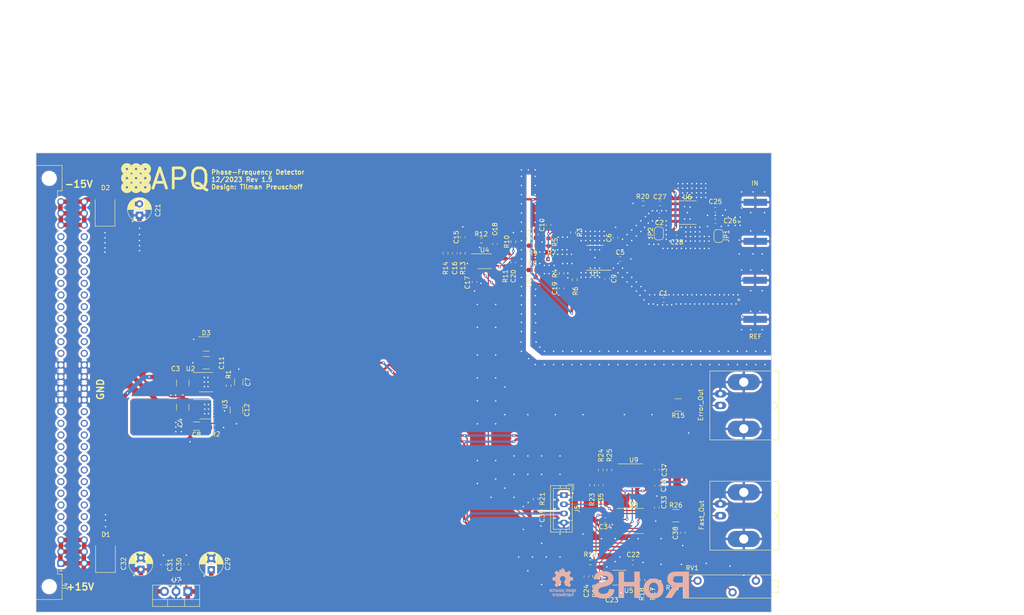
<source format=kicad_pcb>
(kicad_pcb (version 20221018) (generator pcbnew)
  (title_block (title "Phase-Frequency Detector") (date "2023-12-15") (rev "1.5") (company "Atoms Photons Quanta, Institut für Angewandte Physik, TU Darmstadt") (comment 1 "Tilman Preuschoff"))
  (layers (0 "F.Cu" signal) (31 "B.Cu" signal) (34 "B.Paste" user) (35 "F.Paste" user) (36 "B.SilkS" user "B.Silkscreen") (37 "F.SilkS" user "F.Silkscreen") (38 "B.Mask" user) (39 "F.Mask" user) (44 "Edge.Cuts" user))
  (net 0 "")
  (net 1 "Net-(U1-R)")
  (net 2 "Net-(J1-In)")
  (net 3 "Net-(U1-V)")
  (net 4 "GND")
  (net 5 "Net-(U1-NR)")
  (net 6 "Net-(U1-NV)")
  (net 7 "Net-(U2-SET)")
  (net 8 "Net-(U3-SET)")
  (net 9 "+5V")
  (net 10 "-5V")
  (net 11 "Net-(U1-NU)")
  (net 12 "Net-(U1-ND)")
  (net 13 "Net-(C15-Pad1)")
  (net 14 "Net-(U4A--)")
  (net 15 "Net-(C16-Pad1)")
  (net 16 "Net-(U4B--)")
  (net 17 "Net-(U5B--)")
  (net 18 "Net-(U6-~{IN})")
  (net 19 "Net-(U6-IN)")
  (net 20 "Net-(D2-A2)")
  (net 21 "Net-(J2-In)")
  (net 22 "Net-(U6-~{OUT})")
  (net 23 "Net-(R16-Pad2)")
  (net 24 "Net-(J6-In)")
  (net 25 "Div_out")
  (net 26 "Net-(C27-Pad1)")
  (net 27 "+15V")
  (net 28 "+8V")
  (net 29 "/Fast PD regulator/error_sig")
  (net 30 "S2")
  (net 31 "Net-(J3-In)")
  (net 32 "Net-(C35-Pad1)")
  (net 33 "D1D2")
  (net 38 "S1")
  (net 41 "D4")
  (net 42 "S4")
  (net 81 "Net-(J5-Pin_2)")
  (net 82 "Net-(J5-Pin_1)")
  (net 83 "Net-(JP1-B)")
  (net 84 "Net-(U1-VCC3V)")
  (net 85 "Net-(U1-U)")
  (net 86 "Net-(U1-D)")
  (net 87 "Net-(U4B-+)")
  (net 88 "Net-(U5A--)")
  (net 89 "Net-(U9--)")
  (net 90 "Net-(U9-FB)")
  (net 91 "Net-(U5A-+)")
  (footprint "Capacitor_SMD:C_0603_1608Metric" (layer "F.Cu") (at 205.6 63.6)
    (fp_text reference "C2")
    (fp_text value "100p")
  )
  (footprint "Capacitor_SMD:C_1210_3225Metric" (layer "F.Cu") (at 101.9 100.1 -90)
    (fp_text reference "C3")
    (fp_text value "10u")
  )
  (footprint "Capacitor_SMD:C_1210_3225Metric" (layer "F.Cu") (at 101.9 105.4 90)
    (fp_text reference "C4")
    (fp_text value "10u")
  )
  (footprint "Capacitor_SMD:C_0603_1608Metric" (layer "F.Cu") (at 197.1 73.1)
    (fp_text reference "C5")
    (fp_text value "1n")
  )
  (footprint "Capacitor_SMD:C_0603_1608Metric" (layer "F.Cu") (at 196.1 68.5 90)
    (fp_text reference "C6")
    (fp_text value "1n")
  )
  (footprint "Capacitor_SMD:C_1206_3216Metric" (layer "F.Cu") (at 114.1 99.9 90)
    (fp_text reference "C7")
    (fp_text value "100n")
  )
  (footprint "Capacitor_SMD:C_1206_3216Metric" (layer "F.Cu") (at 104.9 109.5 180)
    (fp_text reference "C8")
    (fp_text value "100n")
  )
  (footprint "Capacitor_SMD:C_0603_1608Metric" (layer "F.Cu") (at 194.3 77.4 -90)
    (fp_text reference "C9")
    (fp_text value "100n")
  )
  (footprint "Capacitor_SMD:C_0603_1608Metric" (layer "F.Cu") (at 181.5 65.7 90)
    (fp_text reference "C10")
    (fp_text value "1n")
  )
  (footprint "Capacitor_SMD:C_1210_3225Metric" (layer "F.Cu") (at 107 95.7 180)
    (fp_text reference "C11")
    (fp_text value "10u")
  )
  (footprint "Capacitor_SMD:C_0603_1608Metric" (layer "F.Cu") (at 178.7 77.85 90)
    (fp_text reference "C13")
    (fp_text value "15p")
  )
  (footprint "Capacitor_SMD:C_0603_1608Metric" (layer "F.Cu") (at 178.75 67.75 90)
    (fp_text reference "C14")
    (fp_text value "15p")
  )
  (footprint "Capacitor_SMD:C_0603_1608Metric" (layer "F.Cu") (at 162.85 68.35 90)
    (fp_text reference "C15")
    (fp_text value "560p")
  )
  (footprint "Capacitor_SMD:C_0603_1608Metric" (layer "F.Cu") (at 161.1 71.85 -90)
    (fp_text reference "C16")
    (fp_text value "150p")
  )
  (footprint "Capacitor_SMD:C_0603_1608Metric" (layer "F.Cu") (at 165.4 78.1 -90)
    (fp_text reference "C17")
    (fp_text value "100n")
  )
  (footprint "Capacitor_SMD:C_0603_1608Metric" (layer "F.Cu") (at 169.85 69.85 90)
    (fp_text reference "C18")
    (fp_text value "100n")
  )
  (footprint "Capacitor_SMD:C_0603_1608Metric" (layer "F.Cu") (at 184.35 79.5 -90)
    (fp_text reference "C19")
    (fp_text value "1n")
  )
  (footprint "Capacitor_SMD:C_0603_1608Metric" (layer "F.Cu") (at 173.85 73.85 -90)
    (fp_text reference "C20")
    (fp_text value "15p")
  )
  (footprint "Capacitor_SMD:C_0603_1608Metric" (layer "F.Cu") (at 199.8345 139.192)
    (fp_text reference "C22")
    (fp_text value "100n")
  )
  (footprint "Capacitor_SMD:C_0603_1608Metric" (layer "F.Cu") (at 195.2498 145.7833)
    (fp_text reference "C23")
    (fp_text value "100n")
  )
  (footprint "Capacitor_SMD:C_0603_1608Metric" (layer "F.Cu") (at 189.738 142.1989 90)
    (fp_text reference "C24")
    (fp_text value "15p")
  )
  (footprint "footprints:APQ-Logo" (layer "F.Cu") (at 89.5 53)
    (fp_text reference "LOGO1" hide)
    (fp_text value "Logo_APQ")
  )
  (footprint "Resistor_SMD:R_0603_1608Metric" (layer "F.Cu") (at 111.9 100.7 90)
    (fp_text reference "R1")
    (fp_text value "49.9k")
  )
  (footprint "Resistor_SMD:R_0603_1608Metric" (layer "F.Cu") (at 108.75 109.8)
    (fp_text reference "R2")
    (fp_text value "49.9k")
  )
  (footprint "Resistor_SMD:R_0603_1608Metric" (layer "F.Cu") (at 186.85 67.35 -90)
    (fp_text reference "R3")
    (fp_text value "200")
  )
  (footprint "Resistor_SMD:R_0603_1608Metric" (layer "F.Cu") (at 184.35 76.25 90)
    (fp_text reference "R4")
    (fp_text value "200")
  )
  (footprint "Resistor_SMD:R_0603_1608Metric" (layer "F.Cu") (at 181.5 69.45 -90)
    (fp_text reference "R5")
    (fp_text value "200")
  )
  (footprint "Resistor_SMD:R_0603_1608Metric" (layer "F.Cu") (at 187.2 77.6 90)
    (fp_text reference "R6")
    (fp_text value "20")
  )
  (footprint "Resistor_SMD:R_0603_1608Metric" (layer "F.Cu") (at 182.2 73.15)
    (fp_text reference "R7")
    (fp_text value "20")
  )
  (footprint "Resistor_SMD:R_0603_1608Metric" (layer "F.Cu") (at 178 75.5)
    (fp_text reference "R8")
    (fp_text value "200")
  )
  (footprint "Resistor_SMD:R_0603_1608Metric" (layer "F.Cu") (at 178.05 70.2)
    (fp_text reference "R9")
    (fp_text value "200")
  )
  (footprint "Resistor_SMD:R_0603_1608Metric" (layer "F.Cu") (at 173.85 69.35 90)
    (fp_text reference "R10")
    (fp_text value "390")
  )
  (footprint "Resistor_SMD:R_0603_1608Metric" (layer "F.Cu") (at 172.1 73.85 -90)
    (fp_text reference "R11")
    (fp_text value "390")
  )
  (footprint "Resistor_SMD:R_0603_1608Metric" (layer "F.Cu") (at 166.85 69.1)
    (fp_text reference "R12")
    (fp_text value "200")
  )
  (footprint "Resistor_SMD:R_0603_1608Metric" (layer "F.Cu") (at 162.85 71.85 -90)
    (fp_text reference "R13")
    (fp_text value "200")
  )
  (footprint "Resistor_SMD:R_0603_1608Metric" (layer "F.Cu") (at 159.1 71.85 90)
    (fp_text reference "R14")
    (fp_text value "100")
  )
  (footprint "Resistor_SMD:R_1210_3225Metric" (layer "F.Cu") (at 209.7 104.9 180)
    (fp_text reference "R15")
    (fp_text value "49.9")
  )
  (footprint "Resistor_SMD:R_0603_1608Metric" (layer "F.Cu") (at 208.49625 143.2)
    (fp_text reference "R16")
    (fp_text value "20")
  )
  (footprint "Resistor_SMD:R_0603_1608Metric" (layer "F.Cu") (at 202.1 61 180)
    (fp_text reference "R20")
    (fp_text value "49.9")
  )
  (footprint "Potentiometer_THT:Potentiometer_Vishay_43_Horizontal" (layer "F.Cu") (at 213.925 143.16 180)
    (fp_text reference "RV1")
    (fp_text value "500")
  )
  (footprint "Package_SO:MSOP-12-1EP_3x4mm_P0.65mm_EP1.65x2.85mm" (layer "F.Cu") (at 107.005 99.925)
    (fp_text reference "U2")
    (fp_text value "LT3045EMSE")
  )
  (footprint "Package_SO:MSOP-12-1EP_3x4mm_P0.65mm_EP1.65x2.85mm" (layer "F.Cu") (at 107.095 105.825)
    (fp_text reference "U3")
    (fp_text value "LT3094EMSE")
  )
  (footprint "footprints:QSOP-16_3.9x4.9mm_P0.635mm_EP_2.3mmx1.75mm_DNF" (layer "F.Cu") (at 191.6 72.8175 180)
    (fp_text reference "U1")
    (fp_text value "HMC439QS16G")
  )
  (footprint "Capacitor_SMD:C_0603_1608Metric" (layer "F.Cu") (at 206.55 82)
    (fp_text reference "C1")
    (fp_text value "100p")
  )
  (footprint "Capacitor_SMD:C_1210_3225Metric" (layer "F.Cu") (at 113.6 106 -90)
    (fp_text reference "C12")
    (fp_text value "10u")
  )
  (footprint "footprints:MSOP-8_3x3mm_P0.65mm_mod" (layer "F.Cu") (at 167.6 73.6)
    (fp_text reference "U4")
    (fp_text value "ADA4896-2ARMZ")
  )
  (footprint "footprints:MSOP-8_3x3mm_P0.65mm_mod" (layer "F.Cu") (at 196.938 142.4989 180)
    (fp_text reference "U5")
    (fp_text value "ADA4896-2ARMZ")
  )
  (footprint "Capacitor_SMD:C_0603_1608Metric" (layer "F.Cu") (at 217.8 62.4 180)
    (fp_text reference "C25")
    (fp_text value "100p")
  )
  (footprint "Capacitor_SMD:C_0603_1608Metric" (layer "F.Cu") (at 217.8 64.9)
    (fp_text reference "C26")
    (fp_text value "100p")
  )
  (footprint "Capacitor_SMD:C_0603_1608Metric" (layer "F.Cu") (at 205.725 61)
    (fp_text reference "C27")
    (fp_text value "1n")
  )
  (footprint "Capacitor_SMD:C_0603_1608Metric" (layer "F.Cu") (at 209.4 67.4 180)
    (fp_text reference "C28")
    (fp_text value "100n")
  )
  (footprint "Capacitor_THT:CP_Radial_D5.0mm_P2.50mm" (layer "F.Cu") (at 108.1 140.8 90)
    (fp_text reference "C29")
    (fp_text value "100u")
  )
  (footprint "Capacitor_SMD:C_0603_1608Metric" (layer "F.Cu") (at 102.7 139.6 -90)
    (fp_text reference "C30")
    (fp_text value "100n")
  )
  (footprint "Capacitor_SMD:C_0603_1608Metric" (layer "F.Cu") (at 97.7 139.7 -90)
    (fp_text reference "C31")
    (fp_text value "100n")
  )
  (footprint "Capacitor_THT:CP_Radial_D5.0mm_P2.50mm" (layer "F.Cu") (at 92.8 140.7 90)
    (fp_text reference "C32")
    (fp_text value "100u")
  )
  (footprint "Connector_DIN:DIN41612_C_2x32_Male_Horizontal_THT" (layer "F.Cu") (at 75.4 139.37 90)
    (fp_text reference "J4")
    (fp_text value "C64AC")
  )
  (footprint "Package_TO_SOT_THT:TO-220-3_Vertical" (layer "F.Cu") (at 103 145.5 180)
    (fp_text reference "U7")
    (fp_text value "L7808")
  )
  (footprint "Package_SO:SOIC-8-1EP_3.9x4.9mm_P1.27mm_EP2.41x3.81mm" (layer "F.Cu") (at 211.7 63)
    (fp_text reference "U6")
    (fp_text value "HMC365S8G")
  )
  (footprint "Capacitor_THT:CP_Radial_D5.0mm_P2.50mm" (layer "F.Cu") (at 92.5 63.6 90)
    (fp_text reference "C21")
    (fp_text value "100u")
  )
  (footprint "Capacitor_SMD:C_0603_1608Metric" (layer "F.Cu") (at 205.0542 127.254 90)
    (fp_text reference "C33")
    (fp_text value "100n")
  )
  (footprint "Capacitor_SMD:C_0603_1608Metric" (layer "F.Cu") (at 193.8909 130.0099 180)
    (fp_text reference "C34")
    (fp_text value "100n")
  )
  (footprint "Capacitor_SMD:C_0603_1608Metric" (layer "F.Cu") (at 192.8876 122.3772 -90)
    (fp_text reference "C35")
    (fp_text value "1n")
  )
  (footprint "Capacitor_SMD:C_0603_1608Metric" (layer "F.Cu") (at 205.105 122.4534 -90)
    (fp_text reference "C36")
    (fp_text value "100n")
  )
  (footprint "Capacitor_SMD:C_0603_1608Metric" (layer "F.Cu") (at 205.0796 118.9736 90)
    (fp_text reference "C37")
    (fp_text value "100n")
  )
  (footprint "Capacitor_SMD:C_0603_1608Metric" (layer "F.Cu") (at 210.7057 132.6896 -90)
    (fp_text reference "C38")
    (fp_text value "DNF")
  )
  (footprint "Diode_SMD:D_SMB" (layer "F.Cu") (at 85.1 137.7 90)
    (fp_text reference "D1")
    (fp_text value "SMB")
  )
  (footprint "Diode_SMD:D_SMB" (layer "F.Cu") (at 85 62.3 90)
    (fp_text reference "D2")
    (fp_text value "SMB")
  )
  (footprint "Resistor_SMD:R_0603_1608Metric" (layer "F.Cu") (at 204.038 143 -90)
    (fp_text reference "R17")
    (fp_text value "200")
  )
  (footprint "Resistor_SMD:R_0603_1608Metric" (layer "F.Cu") (at 201.938 143 90)
    (fp_text reference "R18")
    (fp_text value "200")
  )
  (footprint "Resistor_SMD:R_0603_1608Metric" (layer "F.Cu") (at 190.5889 139.1539 180)
    (fp_text reference "R19")
    (fp_text value "200")
  )
  (footprint "Resistor_SMD:R_0603_1608Metric" (layer "F.Cu") (at 178.7017 125.3363 -90)
    (fp_text reference "R21")
    (fp_text value "10k")
  )
  (footprint "Resistor_SMD:R_0603_1608Metric" (layer "F.Cu") (at 191.638 142.1989 -90)
    (fp_text reference "R22")
    (fp_text value "200")
  )
  (footprint "Resistor_SMD:R_0603_1608Metric" (layer "F.Cu") (at 190.9953 122.3899 90)
    (fp_text reference "R23")
    (fp_text value "200")
  )
  (footprint "Resistor_SMD:R_0603_1608Metric" (layer "F.Cu") (at 192.8749 119.0498 90)
    (fp_text reference "R24")
    (fp_text value "4.7")
  )
  (footprint "Resistor_SMD:R_0603_1608Metric" (layer "F.Cu") (at 194.7164 119.0371 90)
    (fp_text reference "R25")
    (fp_text value "200")
  )
  (footprint "Resistor_SMD:R_1210_3225Metric" (layer "F.Cu") (at 209.2071 129.0066)
    (fp_text reference "R26")
    (fp_text value "49.9")
  )
  (footprint "Package_SO:TSSOP-16_4.4x5mm_P0.65mm" (layer "F.Cu") (at 199.9869 130.1496)
    (fp_text reference "U8")
    (fp_text value "ADG1613")
  )
  (footprint "Package_SO:SO-8_3.9x4.9mm_P1.27mm" (layer "F.Cu") (at 200.0504 120.2817)
    (fp_text reference "U9")
    (fp_text value "LTC6228xS8")
  )
  (footprint "Connector_Coaxial:SMA_Amphenol_132289_EdgeMount" (layer "F.Cu") (at 226.4375 82)
    (fp_text reference "J1" hide)
    (fp_text value "REF")
  )
  (footprint "Connector_Coaxial:SMA_Amphenol_132289_EdgeMount" (layer "F.Cu") (at 226.5 65)
    (fp_text reference "J2" hide)
    (fp_text value "IN")
  )
  (footprint "Connector_Coaxial:BNC_Amphenol_B6252HB-NPP3G-50_Horizontal" (layer "F.Cu") (at 218.9 105 -90)
    (fp_text reference "J3" hide)
    (fp_text value "Error_Out")
  )
  (footprint "Connector_Coaxial:BNC_Amphenol_B6252HB-NPP3G-50_Horizontal" (layer "F.Cu") (at 218.9 129 -90)
    (fp_text reference "J6" hide)
    (fp_text value "Fast_Out")
  )
  (footprint "Connector_JST:JST_PH_B4B-PH-K_1x04_P2.00mm_Vertical" (layer "F.Cu") (at 184.8485 124.5235 -90)
    (fp_text reference "J5")
    (fp_text value "Switch")
  )
  (footprint "Capacitor_SMD:C_0603_1608Metric" (layer "F.Cu") (at 178.6763 129.0574 -90)
    (fp_text reference "C39")
    (fp_text value "100n")
  )
  (footprint "Package_TO_SOT_SMD:SOT-23" (layer "F.Cu") (at 107 91.6)
    (fp_text reference "D3")
    (fp_text value "PMEG2010")
  )
  (footprint "Jumper:SolderJumper-2_P1.3mm_Open_RoundedPad1.0x1.5mm" (layer "F.Cu") (at 205.5 67.55 90)
    (fp_text reference "JP2")
    (fp_text value "no_divider")
  )
  (footprint "Jumper:SolderJumper-2_P1.3mm_Open_RoundedPad1.0x1.5mm" (layer "F.Cu") (at 218.5 68.1 -90)
    (fp_text reference "JP1")
    (fp_text value "no_divider")
  )
  (footprint "Symbol:OSHW-Logo_5.7x6mm_SilkScreen" (layer "B.Cu") (at 184.6 143.55 180)
    (fp_text reference "LOGO2" hide)
    (fp_text value "Logo_Open_Hardware_Small" hide)
  )
  (footprint "Symbol:RoHS-Logo_6mm_SilkScreen" (layer "B.Cu") (at 201.6 144.05 180)
    (fp_text reference "LOGO3" hide)
    (fp_text value "Logo_ROHS" hide)
  )
  (gr_line (start 70 50) (end 70 150) (stroke (width 0.15)) (layer "Edge.Cuts"))
  (gr_line (start 230 50) (end 70 50) (stroke (width 0.15)) (layer "Edge.Cuts"))
  (gr_line (start 70 150) (end 230 150) (stroke (width 0.15)) (layer "Edge.Cuts"))
  (gr_line (start 230 150) (end 230 50) (stroke (width 0.15)) (layer "Edge.Cuts"))
  (gr_text "Phase-Frequency Detector\n12/2023 Rev 1.5\nDesign: Tilman Preuschoff" (at 108 55.8) (layer "F.SilkS") (effects (font (size 1 1) (thickness 0.2)) (justify left)))
  (gr_text "-15V" (at 79.3 56.8) (layer "F.SilkS") (effects (font (size 1.5 1.5) (thickness 0.3))))
  (gr_text "GND" (at 84 101.5 90) (layer "F.SilkS") (effects (font (size 1.5 1.5) (thickness 0.3))))
  (gr_text "+15V" (at 79.6 144.5) (layer "F.SilkS") (effects (font (size 1.5 1.5) (thickness 0.3))))
  (segment (start 203.5343 82) (end 195.3043 73.77) (width 0.25) (layer "F.Cu") (net 1))
  (segment (start 205.775 82) (end 203.5343 82) (width 0.25) (layer "F.Cu") (net 1))
  (segment (start 195.3043 73.77) (end 194.2543 73.77) (width 0.25) (layer "F.Cu") (net 1))
  (segment (start 227.3 82) (end 207.325 82) (width 0.25) (layer "F.Cu") (net 2))
  (segment (start 194.2543 71.865) (end 195.635 71.865) (width 0.25) (layer "F.Cu") (net 3))
  (segment (start 195.635 71.865) (end 203.9 63.6) (width 0.25) (layer "F.Cu") (net 3))
  (segment (start 203.9 63.6) (end 205.115 63.6) (width 0.25) (layer "F.Cu") (net 3))
  (segment (start 191.64965 72.85035) (end 191.6 72.8007) (width 0.25) (layer "F.Cu") (net 4))
  (segment (start 191.6 72.8) (end 191.6 72.7875) (width 0.25) (layer "F.Cu") (net 4))
  (segment (start 100.34 102.74) (end 99.34 102.74) (width 1) (layer "F.Cu") (net 4))
  (segment (start 101.9 102.7) (end 101.9 104) (width 1) (layer "F.Cu") (net 4))
  (segment (start 85.1 130) (end 85.1 128.8) (width 1) (layer "F.Cu") (net 4))
  (segment (start 85.1 131.4) (end 85.1 130) (width 1) (layer "F.Cu") (net 4))
  (segment (start 85.1 133) (end 85.1 131.4) (width 1) (layer "F.Cu") (net 4))
  (segment (start 85 70.7) (end 85 71.6) (width 1) (layer "F.Cu") (net 4))
  (segment (start 85 69.6) (end 85 70.7) (width 1) (layer "F.Cu") (net 4))
  (segment (start 85 68.5) (end 85 69.6) (width 1) (layer "F.Cu") (net 4))
  (segment (start 85 67.4) (end 85 68.5) (width 1) (layer "F.Cu") (net 4))
  (segment (start 92.5 66.4) (end 92.5 67.8) (width 1) (layer "F.Cu") (net 4))
  (segment (start 92.5 67.8) (end 92.5 69.1) (width 1) (layer "F.Cu") (net 4))
  (segment (start 92.5 69.1) (end 92.5 70.2) (width 1) (layer "F.Cu") (net 4))
  (segment (start 92.5 70.2) (end 92.5 71.3) (width 1) (layer "F.Cu") (net 4))
  (segment (start 211.7 62.3) (end 211.1 61.7) (width 0.5) (layer "F.Cu") (net 4))
  (segment (start 192.6 75.1) (end 192.899999 74.800001) (width 0.25) (layer "F.Cu") (net 4))
  (segment (start 218.28 62.4) (end 220 62.4) (width 0.25) (layer "F.Cu") (net 4))
  (segment (start 211.7 63) (end 211.7 62.4) (width 0.25) (layer "F.Cu") (net 4))
  (segment (start 194.183 140.8814) (end 194.183 140.1572) (width 0.25) (layer "F.Cu") (net 4))
  (segment (start 203.876 131.1246) (end 204.8129 130.1877) (width 0.25) (layer "F.Cu") (net 4))
  (segment (start 85.1 135.55) (end 85.1 133) (width 1) (layer "F.Cu") (net 4))
  (segment (start 211.7 63.8) (end 212.3 64.4) (width 0.25) (layer "F.Cu") (net 4))
  (segment (start 100.46 145.5) (end 100.46 142.959992) (width 0.5) (layer "F.Cu") (net 4))
  (segment (start 206.9722 123.2284) (end 206.9846 123.2408) (width 0.25) (layer "F.Cu") (net 4))
  (segment (start 207.70875 143.2) (end 205.89625 143.2) (width 0.25) (layer "F.Cu") (net 4))
  (segment (start 194.2543 74.405) (end 195.209302 74.405) (width 0.25) (layer "F.Cu") (net 4))
  (segment (start 114.1 98.5) (end 114.1 97.1) (width 0.25) (layer "F.Cu") (net 4))
  (segment (start 107.005 99.925) (end 107.005 99.925028) (width 0.5) (layer "F.Cu") (net 4))
  (segment (start 104.99 107.91) (end 103.4 109.5) (width 0.25) (layer "F.Cu") (net 4))
  (segment (start 197.8875 73.1) (end 199.4 73.1) (width 0.25) (layer "F.Cu") (net 4))
  (segment (start 192.899999 74.500001) (end 192.995 74.405) (width 0.25) (layer "F.Cu") (net 4))
  (segment (start 194.2543 70.595) (end 194.2543 69.7543) (width 0.25) (layer "F.Cu") (net 4))
  (segment (start 165.4875 73.925) (end 164.025 73.925) (width 0.25) (layer "F.Cu") (net 4))
  (segment (start 162.85 67.5625) (end 162.85 66.1) (width 0.25) (layer "F.Cu") (net 4))
  (segment (start 197.2564 145.7833) (end 197.2818 145.8087) (width 0.25) (layer "F.Cu") (net 4))
  (segment (start 97.7 138.925) (end 97.7 137.6) (width 0.5) (layer "F.Cu") (net 4))
  (segment (start 192.899999 74.800001) (end 192.899999 74.500001) (width 0.25) (layer "F.Cu") (net 4))
  (segment (start 200.622 139.192) (end 202.057 139.192) (width 0.25) (layer "F.Cu") (net 4))
  (segment (start 177.0883 126.1613) (end 177.0634 126.1364) (width 0.25) (layer "F.Cu") (net 4))
  (segment (start 113.6 107.4) (end 113.6 109) (width 0.25) (layer "F.Cu") (net 4))
  (segment (start 165.4 78.8875) (end 165.4 80.1) (width 0.25) (layer "F.Cu") (net 4))
  (segment (start 188.9457 71.865) (end 190.665 71.865) (width 0.25) (layer "F.Cu") (net 4))
  (segment (start 205.105 123.2284) (end 206.9722 123.2284) (width 0.25) (layer "F.Cu") (net 4))
  (segment (start 205.105 123.2284) (end 205.105 124.6886) (width 0.25) (layer "F.Cu") (net 4))
  (segment (start 109.245 106.15) (end 110.95 106.15) (width 0.25) (layer "F.Cu") (net 4))
  (segment (start 111.9 99) (end 111.9 98.8) (width 0.25) (layer "F.Cu") (net 4))
  (segment (start 111.9 99) (end 111.9 98.5) (width 0.25) (layer "F.Cu") (net 4))
  (segment (start 196.1 67.7125) (end 196.1 66.2) (width 0.25) (layer "F.Cu") (net 4))
  (segment (start 101.9 102.2) (end 101.9 102.7) (width 1) (layer "F.Cu") (net 4))
  (segment (start 205.0542 126.479) (end 205.0542 124.7394) (width 0.25) (layer "F.Cu") (net 4))
  (segment (start 191.9175 72.5) (end 191.6 72.8175) (width 0.25) (layer "F.Cu") (net 4))
  (segment (start 85 64.45) (end 85 67.4) (width 1) (layer "F.Cu") (net 4))
  (segment (start 191.8875 72.5) (end 191.6 72.7875) (width 0.25) (layer "F.Cu") (net 4))
  (segment (start 211.7 63) (end 211.7 63.8) (width 0.25) (layer "F.Cu") (net 4))
  (segment (start 205.0542 124.7394) (end 205.0669 124.7267) (width 0.25) (layer "F.Cu") (net 4))
  (segment (start 205.105 124.6886) (end 205.0669 124.7267) (width 0.25) (layer "F.Cu") (net 4))
  (segment (start 101.36 102.74) (end 101.9 102.2) (width 1) (layer "F.Cu") (net 4))
  (segment (start 191.6 72.8007) (end 191.6 72.8) (width 0.25) (layer "F.Cu") (net 4))
  (segment (start 190.665 71.865) (end 191.6 72.8) (width 0.25) (layer "F.Cu") (net 4))
  (segment (start 99.34 102.74) (end 101.36 102.74) (width 1) (layer "F.Cu") (net 4))
  (segment (start 178.75 66.9625) (end 178.75 65.75) (width 0.25) (layer "F.Cu") (net 4))
  (segment (start 104.855 101.55) (end 106.805 101.55) (width 0.25) (layer "F.Cu") (net 4))
  (segment (start 204.038 143.7739) (end 204.038 145.0719) (width 0.25) (layer "F.Cu") (net 4))
  (segment (start 195.6 74.795698) (end 195.6 75.1) (width 0.25) (layer "F.Cu") (net 4))
  (segment (start 104.975 95.7) (end 104.1 95.7) (width 0.5) (layer "F.Cu") (net 4))
  (segment (start 169.85 69.0625) (end 169.85 67.1) (width 0.25) (layer "F.Cu") (net 4))
  (segment (start 178.6763 129.8324) (end 178.6763 130.0734) (width 0.25) (layer "F.Cu") (net 4))
  (segment (start 178.6763 130.0734) (end 179.8447 131.2418) (width 0.25) (layer "F.Cu") (net 4))
  (segment (start 104.99 107.45) (end 104.99 107.91) (width 0.25) (layer "F.Cu") (net 4))
  (segment (start 188.9457 69.4457) (end 188.6 69.1) (width 0.25) (layer "F.Cu") (net 4))
  (segment (start 109.155 100.25) (end 107.33 100.25) (width 0.25) (layer "F.Cu") (net 4))
  (segment (start 109.5375 109.8) (end 110.8 109.8) (width 0.25) (layer "F.Cu") (net 4))
  (segment (start 188.9457 75.6457) (end 188.9457 75.04) (width 0.25) (layer "F.Cu") (net 4))
  (segment (start 210.7057 133.4646) (end 210.7057 135.509) (width 0.25) (layer "F.Cu") (net 4))
  (segment (start 106.805 101.55) (end 107.005 101.35) (width 0.25) (layer "F.Cu") (net 4))
  (segment (start 178.6 65.6) (end 178.75 65.75) (width 0.25) (layer "F.Cu") (net 4))
  (segment (start 192.995 74.405) (end 194.2543 74.405) (width 0.25) (layer "F.Cu") (net 4))
  (segment (start 164.025 73.925) (end 163.85 74.1) (width 0.25) (layer "F.Cu") (net 4))
  (segment (start 178.6 65.1) (end 178.6 65.6) (width 0.25) (layer "F.Cu") (net 4))
  (segment (start 107.005 101.35) (end 107.005 99.925) (width 0.25) (layer "F.Cu") (net 4))
  (segment (start 206.8954 118.1986) (end 206.9338 118.237) (width 0.25) (layer "F.Cu") (net 4))
  (segment (start 194.2543 72.5) (end 191.9175 72.5) (width 0.25) (layer "F.Cu") (net 4))
  (segment (start 101.9 101.5) (end 101.9 102.2) (width 1) (layer "F.Cu") (net 4))
  (segment (start 211.2 67.4) (end 211.4 67.2) (width 0.25) (layer "F.Cu") (net 4))
  (segment (start 210.175 67.4) (end 211.2 67.4) (width 0.25) (layer "F.Cu") (net 4))
  (segment (start 194.2543 69.7543) (end 193.6 69.1) (width 0.25) (layer "F.Cu") (net 4))
  (segment (start 111.9 99.9125) (end 111.9 99) (width 0.25) (layer "F.Cu") (net 4))
  (segment (start 188.9457 70.595) (end 188.9457 69.4457) (width 0.25) (layer "F.Cu") (net 4))
  (segment (start 110.95 106.15) (end 111 106.2) (width 0.25) (layer "F.Cu") (net 4))
  (segment (start 92.5 63.6) (end 92.5 66.4) (width 1) (layer "F.Cu") (net 4))
  (segment (start 178.7 78.6375) (end 178.7 79.7) (width 0.25) (layer "F.Cu") (net 4))
  (segment (start 211.7 63.8) (end 211.1 64.4) (width 0.25) (layer "F.Cu") (net 4))
  (segment (start 173.85 68.5625) (end 173.85 67.35) (width 0.25) (layer "F.Cu") (net 4))
  (segment (start 104.35 90.65) (end 104.3 90.6) (width 0.5) (layer "F.Cu") (net 4))
  (segment (start 211.7 62.4) (end 212.3 61.8) (width 0.25) (layer "F.Cu") (net 4))
  (segment (start 204.038 145.0719) (end 204.0382 145.0721) (width 0.25) (layer "F.Cu") (net 4))
  (segment (start 103.5 109.5) (end 103.5 112.9) (width 0.5) (layer "F.Cu") (net 4))
  (segment (start 205.0796 118.1986) (end 206.8954 118.1986) (width 0.25) (layer "F.Cu") (net 4))
  (segment (start 106.0625 90.65) (end 104.35 90.65) (width 0.5) (layer "F.Cu") (net 4))
  (segment (start 105.6 95.7) (end 104.975 95.7) (width 0.5) (layer "F.Cu") (net 4))
  (segment (start 202.8494 131.1246) (end 203.876 131.1246) (width 0.25) (layer "F.Cu") (net 4))
  (segment (start 201.3125 61) (end 199.9 61) (width 0.25) (layer "F.Cu") (net 4))
  (segment (start 109.155 100.25) (end 111.5625 100.25) (width 0.25) (layer "F.Cu") (net 4))
  (segment (start 195.209302 74.405) (end 195.6 74.795698) (width 0.25) (layer "F.Cu") (net 4))
  (segment (start 178.7017 126.1613) (end 177.0883 126.1613) (width 0.25) (layer "F.Cu") (net 4))
  (segment (start 102.7 138.825) (end 102.7 137.6) (width 0.5) (layer "F.Cu") (net 4))
  (segment (start 188.6 76.1) (end 189 75.7) (width 0.25) (layer "F.Cu") (net 4))
  (segment (start 197.1244 130.4746) (end 195.8392 130.4746) (width 0.25) (layer "F.Cu") (net 4))
  (segment (start 196.0373 145.7833) (end 197.2564 145.7833) (width 0.25) (layer "F.Cu") (net 4))
  (segment (start 202.057 139.192) (end 202.0697 139.1793) (width 0.25) (layer "F.Cu") (net 4))
  (segment (start 194.8255 141.5239) (end 194.183 140.8814) (width 0.25) (layer "F.Cu") (net 4))
  (segment (start 188.95 75.0443) (end 188.9457 75.04) (width 0.25) (layer "F.Cu") (net 4))
  (segment (start 181.5 64.9125) (end 180.2125 64.9125) (width 0.25) (layer "F.Cu") (net 4))
  (segment (start 189 75.7) (end 188.9457 75.6457) (width 0.25) (layer "F.Cu") (net 4))
  (segment (start 111.5625 100.25) (end 111.9 99.9125) (width 0.25) (layer "F.Cu") (net 4))
  (segment (start 107.33 100.25) (end 107.005 99.925) (width 0.25) (layer "F.Cu") (net 4))
  (segment (start 211.7 63) (end 211.7 62.3) (width 0.5) (layer "F.Cu") (net 4))
  (segment (start 195.8392 130.4746) (end 195.4022 130.9116) (width 0.25) (layer "F.Cu") (net 4))
  (via (at 205.1 62.6) (size 0.6) (drill 0.3) (layers "F.Cu" "B.Cu") (net 4))
  (via (at 204.1 62.6) (size 0.6) (drill 0.3) (layers "F.Cu" "B.Cu") (net 4))
  (via (at 206.1 62.6) (size 0.6) (drill 0.3) (layers "F.Cu" "B.Cu") (net 4))
  (via (at 207.1 62.6) (size 0.6) (drill 0.3) (layers "F.Cu" "B.Cu") (net 4))
  (via (at 189.6 77.1) (size 0.6) (drill 0.3) (layers "F.Cu" "B.Cu") (net 4))
  (via (at 190.6 77.1) (size 0.6) (drill 0.3) (layers "F.Cu" "B.Cu") (net 4))
  (via (at 191.6 77.1) (size 0.6) (drill 0.3) (layers "F.Cu" "B.Cu") (net 4))
  (via (at 192.6 77.1) (size 0.6) (drill 0.3) (layers "F.Cu" "B.Cu") (net 4))
  (via (at 188.6 76.1) (size 0.6) (drill 0.3) (layers "F.Cu" "B.Cu") (net 4))
  (via (at 189.6 76.1) (size 0.6) (drill 0.3) (layers "F.Cu" "B.Cu") (net 4))
  (via (at 190.6 76.1) (size 0.6) (drill 0.3) (layers "F.Cu" "B.Cu") (net 4))
  (via (at 191.6 76.1) (size 0.6) (drill 0.3) (layers "F.Cu" "B.Cu") (net 4))
  (via (at 192.6 76.1) (size 0.6) (drill 0.3) (layers "F.Cu" "B.Cu") (net 4))
  (via (at 190.6 75.1) (size 0.6) (drill 0.3) (layers "F.Cu" "B.Cu") (net 4))
  (via (at 191.6 75.1) (size 0.6) (drill 0.3) (layers "F.Cu" "B.Cu") (net 4))
  (via (at 192.6 75.1) (size 0.6) (drill 0.3) (layers "F.Cu" "B.Cu") (net 4))
  (via (at 190.6 71.1) (size 0.6) (drill 0.3) (layers "F.Cu" "B.Cu") (net 4))
  (via (at 191.6 71.1) (size 0.6) (drill 0.3) (layers "F.Cu" "B.Cu") (net 4))
  (via (at 192.6 71.1) (size 0.6) (drill 0.3) (layers "F.Cu" "B.Cu") (net 4))
  (via (at 190.6 70.1) (size 0.6) (drill 0.3) (layers "F.Cu" "B.Cu") (net 4))
  (via (at 191.6 70.1) (size 0.6) (drill 0.3) (layers "F.Cu" "B.Cu") (net 4))
  (via (at 192.6 70.1) (size 0.6) (drill 0.3) (layers "F.Cu" "B.Cu") (net 4))
  (via (at 188.6 69.1) (size 0.6) (drill 0.3) (layers "F.Cu" "B.Cu") (net 4))
  (via (at 189.6 69.1) (size 0.6) (drill 0.3) (layers "F.Cu" "B.Cu") (net 4))
  (via (at 190.6 69.1) (size 0.6) (drill 0.3) (layers "F.Cu" "B.Cu") (net 4))
  (via (at 191.6 69.1) (size 0.6) (drill 0.3) (layers "F.Cu" "B.Cu") (net 4))
  (via (at 192.6 69.1) (size 0.6) (drill 0.3) (layers "F.Cu" "B.Cu") (net 4))
  (via (at 193.6 69.1) (size 0.6) (drill 0.3) (layers "F.Cu" "B.Cu") (net 4))
  (via (at 188.6 68.1) (size 0.6) (drill 0.3) (layers "F.Cu" "B.Cu") (net 4))
  (via (at 189.6 68.1) (size 0.6) (drill 0.3) (layers "F.Cu" "B.Cu") (net 4))
  (via (at 190.6 68.1) (size 0.6) (drill 0.3) (layers "F.Cu" "B.Cu") (net 4))
  (via (at 191.6 68.1) (size 0.6) (drill 0.3) (layers "F.Cu" "B.Cu") (net 4))
  (via (at 192.6 68.1) (size 0.6) (drill 0.3) (layers "F.Cu" "B.Cu") (net 4))
  (via (at 193.6 68.1) (size 0.6) (drill 0.3) (layers "F.Cu" "B.Cu") (net 4))
  (via (at 188.6 67.1) (size 0.6) (drill 0.3) (layers "F.Cu" "B.Cu") (net 4))
  (via (at 189.6 67.1) (size 0.6) (drill 0.3) (layers "F.Cu" "B.Cu") (net 4))
  (via (at 190.6 67.1) (size 0.6) (drill 0.3) (layers "F.Cu" "B.Cu") (net 4))
  (via (at 191.6 67.1) (size 0.6) (drill 0.3) (layers "F.Cu" "B.Cu") (net 4))
  (via (at 192.6 67.1) (size 0.6) (drill 0.3) (layers "F.Cu" "B.Cu") (net 4))
  (via (at 193.6 67.1) (size 0.6) (drill 0.3) (layers "F.Cu" "B.Cu") (net 4))
  (via (at 183.5 71.1) (size 0.6) (drill 0.3) (layers "F.Cu" "B.Cu") (net 4))
  (via (at 182.5 71.1) (size 0.6) (drill 0.3) (layers "F.Cu" "B.Cu") (net 4))
  (via (at 184.5 71.1) (size 0.6) (drill 0.3) (layers "F.Cu" "B.Cu") (net 4))
  (via (at 185.5 71.1) (size 0.6) (drill 0.3) (layers "F.Cu" "B.Cu") (net 4))
  (via (at 107.4 100.9) (size 0.6) (drill 0.3) (layers "F.Cu" "B.Cu") (net 4))
  (via (at 106.6 100.9) (size 0.6) (drill 0.3) (layers "F.Cu" "B.Cu") (net 4))
  (via (at 107.4 98.9) (size 0.6) (drill 0.3) (layers "F.Cu" "B.Cu") (net 4))
  (via (at 107.4 99.9) (size 0.6) (drill 0.3) (layers "F.Cu" "B.Cu") (net 4))
  (via (at 106.6 98.9) (size 0.6) (drill 0.3) (layers "F.Cu" "B.Cu") (net 4))
  (via (at 106.6 99.9) (size 0.6) (drill 0.3) (layers "F.Cu" "B.Cu") (net 4))
  (via (at 178.6 55.1) (size 0.6) (drill 0.3) (layers "F.Cu" "B.Cu") (net 4))
  (via (at 178.6 57.1) (size 0.6) (drill 0.3) (layers "F.Cu" "B.Cu") (net 4))
  (via (at 178.6 59.1) (size 0.6) (drill 0.3) (layers "F.Cu" "B.Cu") (net 4))
  (via (at 178.6 61.1) (size 0.6) (drill 0.3) (layers "F.Cu" "B.Cu") (net 4))
  (via (at 178.6 63.1) (size 0.6) (drill 0.3) (layers "F.Cu" "B.Cu") (net 4))
  (via (at 178.6 65.1) (size 0.6) (drill 0.3) (layers "F.Cu" "B.Cu") (net 4))
  (via (at 178.6 72.85) (size 0.6) (drill 0.3) (layers "F.Cu" "B.Cu") (net 4))
  (via (at 178.6 81.1) (size 0.6) (drill 0.3) (layers "F.Cu" "B.Cu") (net 4))
  (via (at 178.6 83.1) (size 0.6) (drill 0.3) (layers "F.Cu" "B.Cu") (net 4))
  (via (at 178.6 85.1) (size 0.6) (drill 0.3) (layers "F.Cu" "B.Cu") (net 4))
  (via (at 179.6 92.3) (size 0.6) (drill 0.3) (layers "F.Cu" "B.Cu") (net 4))
  (via (at 175.6 55.1) (size 0.6) (drill 0.3) (layers "F.Cu" "B.Cu") (net 4))
  (via (at 175.6 57.1) (size 0.6) (drill 0.3) (layers "F.Cu" "B.Cu") (net 4))
  (via (at 175.6 59.1) (size 0.6) (drill 0.3) (layers "F.Cu" "B.Cu") (net 4))
  (via (at 175.6 61.1) (size 0.6) (drill 0.3) (layers "F.Cu" "B.Cu") (net 4))
  (via (at 175.6 63.1) (size 0.6) (drill 0.3) (layers "F.Cu" "B.Cu") (net 4))
  (via (at 175.6 65.1) (size 0.6) (drill 0.3) (layers "F.Cu" "B.Cu") (net 4))
  (via (at 175.6 67.1) (size 0.6) (drill 0.3) (layers "F.Cu" "B.Cu") (net 4))
  (via (at 175.6 69.1) (size 0.6) (drill 0.3) (layers "F.Cu" "B.Cu") (net 4))
  (via (at 175.6 71.1) (size 0.6) (drill 0.3) (layers "F.Cu" "B.Cu") (net 4))
  (via (at 175.6 73.1) (size 0.6) (drill 0.3) (layers "F.Cu" "B.Cu") (net 4))
  (via (at 175.6 74.6) (size 0.6) (drill 0.3) (layers "F.Cu" "B.Cu") (net 4))
  (via (at 175.6 77.1) (size 0.6) (drill 0.3) (layers "F.Cu" "B.Cu") (net 4))
  (via (at 175.6 79.1) (size 0.6) (drill 0.3) (layers "F.Cu" "B.Cu") (net 4))
  (via (at 175.6 81.1) (size 0.6) (drill 0.3) (layers "F.Cu" "B.Cu") (net 4))
  (via (at 175.6 83.1) (size 0.6) (drill 0.3) (layers "F.Cu" "B.Cu") (net 4))
  (via (at 175.6 85.1) (size 0.6) (drill 0.3) (layers "F.Cu" "B.Cu") (net 4))
  (via (at 175.6 93.2) (size 0.6) (drill 0.3) (layers "F.Cu" "B.Cu") (net 4))
  (via (at 177.2 94.8) (size 0.6) (drill 0.3) (layers "F.Cu" "B.Cu") (net 4))
  (via (at 178.6 96.1) (size 0.6) (drill 0.3) (layers "F.Cu" "B.Cu") (net 4))
  (via (at 180.6 96.1) (size 0.6) (drill 0.3) (layers "F.Cu" "B.Cu") (net 4))
  (via (at 180.6 93.2) (size 0.6) (drill 0.3) (layers "F.Cu" "B.Cu") (net 4))
  (via (at 182.6 93.2) (size 0.6) (drill 0.3) (layers "F.Cu" "B.Cu") (net 4))
  (via (at 184.6 93.2) (size 0.6) (drill 0.3) (layers "F.Cu" "B.Cu") (net 4))
  (via (at 186.6 93.2) (size 0.6) (drill 0.3) (layers "F.Cu" "B.Cu") (net 4))
  (via (at 188.6 93.2) (size 0.6) (drill 0.3) (layers "F.Cu" "B.Cu") (net 4))
  (via (at 190.6 93.2) (size 0.6) (drill 0.3) (layers "F.Cu" "B.Cu") (net 4))
  (via (at 192.6 93.2) (size 0.6) (drill 0.3) (layers "F.Cu" "B.Cu") (net 4))
  (via (at 194.6 93.2) (size 0.6) (drill 0.3) (layers "F.Cu" "B.Cu") (net 4))
  (via (at 198.6 93.2) (size 0.6) (drill 0.3) (layers "F.Cu" "B.Cu") (net 4))
  (via (at 200.6 93.2) (size 0.6) (drill 0.3) (layers "F.Cu" "B.Cu") (net 4))
  (via (at 202.6 93.2) (size 0.6) (drill 0.3) (layers "F.Cu" "B.Cu") (net 4))
  (via (at 205.7 80.9) (size 0.6) (drill 0.3) (layers "F.Cu" "B.Cu") (net 4))
  (via (at 206.7 80.9) (size 0.6) (drill 0.3) (layers "F.Cu" "B.Cu") (net 4))
  (via (at 207.7 80.9) (size 0.6) (drill 0.3) (layers "F.Cu" "B.Cu") (net 4))
  (via (at 208.7 80.9) (size 0.6) (drill 0.3) (layers "F.Cu" "B.Cu") (net 4))
  (via (at 209.7 80.9) (size 0.6) (drill 0.3) (layers "F.Cu" "B.Cu") (net 4))
  (via (at 210.7 80.9) (size 0.6) (drill 0.3) (layers "F.Cu" "B.Cu") (net 4))
  (via (at 211.7 80.9) (size 0.6) (drill 0.3) (layers "F.Cu" "B.Cu") (net 4))
  (via (at 212.7 80.9) (size 0.6) (drill 0.3) (layers "F.Cu" "B.Cu") (net 4))
  (via (at 213.7 80.9) (size 0.6) (drill 0.3) (layers "F.Cu" "B.Cu") (net 4))
  (via (at 214.7 80.9) (size 0.6) (drill 0.3) (layers "F.Cu" "B.Cu") (net 4))
  (via (at 215.7 80.9) (size 0.6) (drill 0.3) (layers "F.Cu" "B.Cu") (net 4))
  (via (at 216.7 80.9) (size 0.6) (drill 0.3) (layers "F.Cu" "B.Cu") (net 4))
  (via (at 217.7 80.9) (size 0.6) (drill 0.3) (layers "F.Cu" "B.Cu") (net 4))
  (via (at 218.7 80.9) (size 0.6) (drill 0.3) (layers "F.Cu" "B.Cu") (net 4))
  (via (at 219.7 80.9) (size 0.6) (drill 0.3) (layers "F.Cu" "B.Cu") (net 4))
  (via (at 220.7 80.9) (size 0.6) (drill 0.3) (layers "F.Cu" "B.Cu") (net 4))
  (via (at 221.7 80.9) (size 0.6) (drill 0.3) (layers "F.Cu" "B.Cu") (net 4))
  (via (at 222.7 80.9) (size 0.6) (drill 0.3) (layers "F.Cu" "B.Cu") (net 4))
  (via (at 206.3 83.1) (size 0.6) (drill 0.3) (layers "F.Cu" "B.Cu") (net 4))
  (via (at 207.3 83.1) (size 0.6) (drill 0.3) (layers "F.Cu" "B.Cu") (net 4))
  (via (at 208.3 83.1) (size 0.6) (drill 0.3) (layers "F.Cu" "B.Cu") (net 4))
  (via (at 209.3 82.9) (size 0.6) (drill 0.3) (layers "F.Cu" "B.Cu") (net 4))
  (via (at 210.3 82.9) (size 0.6) (drill 0.3) (layers "F.Cu" "B.Cu") (net 4))
  (via (at 211.3 82.9) (size 0.6) (drill 0.3) (layers "F.Cu" "B.Cu") (net 4))
  (via (at 212.3 82.9) (size 0.6) (drill 0.3) (layers "F.Cu" "B.Cu") (net 4))
  (via (at 213.3 82.9) (size 0.6) (drill 0.3) (layers "F.Cu" "B.Cu") (net 4))
  (via (at 214.3 82.9) (size 0.6) (drill 0.3) (layers "F.Cu" "B.Cu") (net 4))
  (via (at 215.3 82.9) (size 0.6) (drill 0.3) (layers "F.Cu" "B.Cu") (net 4))
  (via (at 216.3 82.9) (size 0.6) (drill 0.3) (layers "F.Cu" "B.Cu") (net 4))
  (via (at 217.3 82.9) (size 0.6) (drill 0.3) (layers "F.Cu" "B.Cu") (net 4))
  (via (at 218.3 82.9) (size 0.6) (drill 0.3) (layers "F.Cu" "B.Cu") (net 4))
  (via (at 219.3 82.9) (size 0.6) (drill 0.3) (layers "F.Cu" "B.Cu") (net 4))
  (via (at 220.3 82.9) (size 0.6) (drill 0.3) (layers "F.Cu" "B.Cu") (net 4))
  (via (at 221.3 82.9) (size 0.6) (drill 0.3) (layers "F.Cu" "B.Cu") (net 4))
  (via (at 222.3 82.9) (size 0.6) (drill 0.3) (layers "F.Cu" "B.Cu") (net 4))
  (via (at 212.7 59.7) (size 0.6) (drill 0.3) (layers "F.Cu" "B.Cu") (net 4))
  (via (at 213.7 59.7) (size 0.6) (drill 0.3) (layers "F.Cu" "B.Cu") (net 4))
  (via (at 214.7 59.7) (size 0.6) (drill 0.3) (layers "F.Cu" "B.Cu") (net 4))
  (via (at 215.7 59.7) (size 0.6) (drill 0.3) (layers "F.Cu" "B.Cu") (net 4))
  (via (at 212.7 58.7) (size 0.6) (drill 0.3) (layers "F.Cu" "B.Cu") (net 4))
  (via (at 213.7 58.7) (size 0.6) (drill 0.3) (layers "F.Cu" "B.Cu") (net 4))
  (via (at 214.7 58.7) (size 0.6) (drill 0.3) (layers "F.Cu" "B.Cu") (net 4))
  (via (at 215.7 58.7) (size 0.6) (drill 0.3) (layers "F.Cu" "B.Cu") (net 4))
  (via (at 212.7 57.7) (size 0.6) (drill 0.3) (layers "F.Cu" "B.Cu") (net 4))
  (via (at 213.7 57.7) (size 0.6) (drill 0.3) (layers "F.Cu" "B.Cu") (net 4))
  (via (at 214.7 57.7) (size 0.6) (drill 0.3) (layers "F.Cu" "B.Cu") (net 4))
  (via (at 215.7 57.7) (size 0.6) (drill 0.3) (layers "F.Cu" "B.Cu") (net 4))
  (via (at 212.7 56.7) (size 0.6) (drill 0.3) (layers "F.Cu" "B.Cu") (net 4))
  (via (at 213.7 56.7) (size 0.6) (drill 0.3) (layers "F.Cu" "B.Cu") (net 4))
  (via (at 214.7 56.7) (size 0.6) (drill 0.3) (layers "F.Cu" "B.Cu") (net 4))
  (via (at 215.7 56.7) (size 0.6) (drill 0.3) (layers "F.Cu" "B.Cu") (net 4))
  (via (at 210.7 59.7) (size 0.6) (drill 0.3) (layers "F.Cu" "B.Cu") (net 4))
  (via (at 211.7 58.7) (size 0.6) (drill 0.3) (layers "F.Cu" "B.Cu") (net 4))
  (via (at 210.7 58.7) (size 0.6) (drill 0.3) (layers "F.Cu" "B.Cu") (net 4))
  (via (at 211.7 57.7) (size 0.6) (drill 0.3) (layers "F.Cu" "B.Cu") (net 4))
  (via (at 210.7 57.7) (size 0.6) (drill 0.3) (layers "F.Cu" "B.Cu") (net 4))
  (via (at 209.7 57.7) (size 0.6) (drill 0.3) (layers "F.Cu" "B.Cu") (net 4))
  (via (at 211.7 56.7) (size 0.6) (drill 0.3) (layers "F.Cu" "B.Cu") (net 4))
  (via (at 210.7 56.7) (size 0.6) (drill 0.3) (layers "F.Cu" "B.Cu") (net 4))
  (via (at 209.7 56.7) (size 0.6) (drill 0.3) (layers "F.Cu" "B.Cu") (net 4))
  (via (at 211.4 66.2) (size 0.6) (drill 0.3) (layers "F.Cu" "B.Cu") (net 4))
  (via (at 212.4 66.2) (size 0.6) (drill 0.3) (layers "F.Cu" "B.Cu") (net 4))
  (via (at 213.4 66.2) (size 0.6) (drill 0.3) (layers "F.Cu" "B.Cu") (net 4))
  (via (at 214.4 66.2) (size 0.6) (drill 0.3) (layers "F.Cu" "B.Cu") (net 4))
  (via (at 211.4 67.2) (size 0.6) (drill 0.3) (layers "F.Cu" "B.Cu") (net 4))
  (via (at 212.4 67.2) (size 0.6) (drill 0.3) (layers "F.Cu" "B.Cu") (net 4))
  (via (at 213.4 67.2) (size 0.6) (drill 0.3) (layers "F.Cu" "B.Cu") (net 4))
  (via (at 214.4 67.2) (size 0.6) (drill 0.3) (layers "F.Cu" "B.Cu") (net 4))
  (via (at 211.4 68.2) (size 0.6) (drill 0.3) (layers "F.Cu" "B.Cu") (net 4))
  (via (at 212.4 68.2) (size 0.6) (drill 0.3) (layers "F.Cu" "B.Cu") (net 4))
  (via (at 213.4 68.2) (size 0.6) (drill 0.3) (layers "F.Cu" "B.Cu") (net 4))
  (via (at 214.4 68.2) (size 0.6) (drill 0.3) (layers "F.Cu" "B.Cu") (net 4))
  (via (at 210.4 69.2) (size 0.6) (drill 0.3) (layers "F.Cu" "B.Cu") (net 4))
  (via (at 211.4 69.2) (size 0.6) (drill 0.3) (layers "F.Cu" "B.Cu") (net 4))
  (via (at 212.4 69.2) (size 0.6) (drill 0.3) (layers "F.Cu" "B.Cu") (net 4))
  (via (at 213.4 69.2) (size 0.6) (drill 0.3) (layers "F.Cu" "B.Cu") (net 4))
  (via (at 214.4 69.2) (size 0.6) (drill 0.3) (layers "F.Cu" "B.Cu") (net 4))
  (via (at 210.4 70.8) (size 0.6) (drill 0.3) (layers "F.Cu" "B.Cu") (net 4))
  (via (at 211.4 70.8) (size 0.6) (drill 0.3) (layers "F.Cu" "B.Cu") (net 4))
  (via (at 212.4 70.8) (size 0.6) (drill 0.3) (layers "F.Cu" "B.Cu") (net 4))
  (via (at 213.4 70.8) (size 0.6) (drill 0.3) (layers "F.Cu" "B.Cu") (net 4))
  (via (at 214.4 70.8) (size 0.6) (drill 0.3) (layers "F.Cu" "B.Cu") (net 4))
  (via (at 204.6 93.2) (size 0.6) (drill 0.3) (layers "F.Cu" "B.Cu") (net 4))
  (via (at 206.6 93.2) (size 0.6) (drill 0.3) (layers "F.Cu" "B.Cu") (net 4))
  (via (at 208.6 93.2) (size 0.6) (drill 0.3) (layers "F.Cu" "B.Cu") (net 4))
  (via (at 210.6 93.2) (size 0.6) (drill 0.3) (layers "F.Cu" "B.Cu") (net 4))
  (via (at 212.6 93.2) (size 0.6) (drill 0.3) (layers "F.Cu" "B.Cu") (net 4))
  (via (at 214.6 93.2) (size 0.6) (drill 0.3) (layers "F.Cu" "B.Cu") (net 4))
  (via (at 216.6 93.2) (size 0.6) (drill 0.3) (layers "F.Cu" "B.Cu") (net 4))
  (via (at 218.6 93.2) (size 0.6) (drill 0.3) (layers "F.Cu" "B.Cu") (net 4))
  (via (at 220.6 93.2) (size 0.6) (drill 0.3) (layers "F.Cu" "B.Cu") (net 4))
  (via (at 222.6 93.2) (size 0.6) (drill 0.3) (layers "F.Cu" "B.Cu") (net 4))
  (via (at 224.6 93.2) (size 0.6) (drill 0.3) (layers "F.Cu" "B.Cu") (net 4))
  (via (at 226.6 93.2) (size 0.6) (drill 0.3) (layers "F.Cu" "B.Cu") (net 4))
  (via (at 228.6 93.2) (size 0.6) (drill 0.3) (layers "F.Cu" "B.Cu") (net 4))
  (via (at 228.6 96.1) (size 0.6) (drill 0.3) (layers "F.Cu" "B.Cu") (net 4))
  (via (at 182.6 96.1) (size 0.6) (drill 0.3) (layers "F.Cu" "B.Cu") (net 4))
  (via (at 184.6 96.1) (size 0.6) (drill 0.3) (layers "F.Cu" "B.Cu") (net 4))
  (via (at 186.6 96.1) (size 0.6) (drill 0.3) (layers "F.Cu" "B.Cu") (net 4))
  (via (at 188.6 96.1) (size 0.6) (drill 0.3) (layers "F.Cu" "B.Cu") (net 4))
  (via (at 190.6 96.1) (size 0.6) (drill 0.3) (layers "F.Cu" "B.Cu") (net 4))
  (via (at 192.6 96.1) (size 0.6) (drill 0.3) (layers "F.Cu" "B.Cu") (net 4))
  (via (at 194.6 96.1) (size 0.6) (drill 0.3) (layers "F.Cu" "B.Cu") (net 4))
  (via (at 196.6 96.1) (size 0.6) (drill 0.3) (layers "F.Cu" "B.Cu") (net 4))
  (via (at 198.6 96.1) (size 0.6) (drill 0.3) (layers "F.Cu" "B.Cu") (net 4))
  (via (at 200.6 96.1) (size 0.6) (drill 0.3) (layers "F.Cu" "B.Cu") (net 4))
  (via (at 202.6 96.1) (size 0.6) (drill 0.3) (layers "F.Cu" "B.Cu") (net 4))
  (via (at 204.6 96.1) (size 0.6) (drill 0.3) (layers "F.Cu" "B.Cu") (net 4))
  (via (at 206.6 96.1) (size 0.6) (drill 0.3) (layers "F.Cu" "B.Cu") (net 4))
  (via (at 208.6 96.1) (size 0.6) (drill 0.3) (layers "F.Cu" "B.Cu") (net 4))
  (via (at 210.6 96.1) (size 0.6) (drill 0.3) (layers "F.Cu" "B.Cu") (net 4))
  (via (at 212.6 96.1) (size 0.6) (drill 0.3) (layers "F.Cu" "B.Cu") (net 4))
  (via (at 214.6 96.1) (size 0.6) (drill 0.3) (layers "F.Cu" "B.Cu") (net 4))
  (via (at 216.6 96.1) (size 0.6) (drill 0.3) (layers "F.Cu" "B.Cu") (net 4))
  (via (at 218.6 96.1) (size 0.6) (drill 0.3) (layers "F.Cu" "B.Cu") (net 4))
  (via (at 220.6 96.1) (size 0.6) (drill 0.3) (layers "F.Cu" "B.Cu") (net 4))
  (via (at 222.6 96.1) (size 0.6) (drill 0.3) (layers "F.Cu" "B.Cu") (net 4))
  (via (at 224.6 96.1) (size 0.6) (drill 0.3) (layers "F.Cu" "B.Cu") (net 4))
  (via (at 226.6 96.1) (size 0.6) (drill 0.3) (layers "F.Cu" "B.Cu") (net 4))
  (via (at 217.8 63.6) (size 0.6) (drill 0.3) (layers "F.Cu" "B.Cu") (net 4))
  (via (at 219.4 63.6) (size 0.6) (drill 0.3) (layers "F.Cu" "B.Cu") (net 4))
  (via (at 220.6 64) (size 0.6) (drill 0.3) (layers "F.Cu" "B.Cu") (net 4))
  (via (at 222.1 64) (size 0.6) (drill 0.3) (layers "F.Cu" "B.Cu") (net 4))
  (via (at 223.2 64) (size 0.6) (drill 0.3) (layers "F.Cu" "B.Cu") (net 4))
  (via (at 219.1 66) (size 0.6) (drill 0.3) (layers "F.Cu" "B.Cu") (net 4))
  (via (at 220.6 65.8) (size 0.6) (drill 0.3) (layers "F.Cu" "B.Cu") (net 4))
  (via (at 222.1 65.8) (size 0.6) (drill 0.3) (layers "F.Cu" "B.Cu") (net 4))
  (via (at 223.2 65.8) (size 0.6) (drill 0.3) (layers "F.Cu" "B.Cu") (net 4))
  (via (at 199.6 66.8) (size 0.6) (drill 0.3) (layers "F.Cu" "B.Cu") (net 4))
  (via (at 104.3 90.6) (size 0.6) (drill 0.3) (layers "F.Cu" "B.Cu") (net 4))
  (via (at 209.4 70.8) (size 0.6) (drill 0.3) (layers "F.Cu" "B.Cu") (net 4))
  (via (at 223 69) (size 0.6) (drill 0.3) (layers "F.Cu" "B.Cu") (net 4))
  (via (at 201 137) (size 0.6) (drill 0.3) (layers "F.Cu" "B.Cu") (net 4))
  (via (at 184.6 74.1) (size 0.6) (drill 0.3) (layers "F.Cu" "B.Cu") (net 4))
  (via (at 199.4 73.1) (size 0.6) (drill 0.3) (layers "F.Cu" "B.Cu") (net 4))
  (via (at 101.5 143) (size 0.6) (drill 0.3) (layers "F.Cu" "B.Cu") (net 4))
  (via (at 223.5 62) (size 0.6) (drill 0.3) (layers "F.Cu" "B.Cu") (net 4))
  (via (at 203.3 82.9) (size 0.6) (drill 0.3) (layers "F.Cu" "B.Cu") (net 4))
  (via (at 211.7 59.7) (size 0.6) (drill 0.3) (layers "F.Cu" "B.Cu") (net 4))
  (via (at 216.4 69.2) (size 0.6) (drill 0.3) (layers "F.Cu" "B.Cu") (net 4))
  (via (at 181.6 76.3) (size 0.6) (drill 0.3) (layers "F.Cu" "B.Cu") (net 4))
  (via (at 92.5 67.8) (size 0.6) (drill 0.3) (layers "F.Cu" "B.Cu") (net 4))
  (via (at 175 138) (size 0.6) (drill 0.3) (layers "F.Cu" "B.Cu") (net 4))
  (via (at 185.6 68.35) (size 0.6) (drill 0.3) (layers "F.Cu" "B.Cu") (net 4))
  (via (at 223.5 75.5) (size 0.6) (drill 0.3) (layers "F.Cu" "B.Cu") (net 4))
  (via (at 196 139) (size 0.6) (drill 0.3) (layers "F.Cu" "B.Cu") (net 4))
  (via (at 166 99) (size 0.6) (drill 0.3) (layers "F.Cu" "B.Cu") (net 4))
  (via (at 216.4 68.2) (size 0.6) (drill 0.3) (layers "F.Cu" "B.Cu") (net 4))
  (via (at 183 107) (size 0.6) (drill 0.3) (layers "F.Cu" "B.Cu") (net 4))
  (via (at 166 117) (size 0.6) (drill 0.3) (layers "F.Cu" "B.Cu") (net 4))
  (via (at 178.6 53.7) (size 0.6) (drill 0.3) (layers "F.Cu" "B.Cu") (net 4))
  (via (at 206.4 70.8) (size 0.6) (drill 0.3) (layers "F.Cu" "B.Cu") (net 4))
  (via (at 175.6 86.9) (size 0.6) (drill 0.3) (layers "F.Cu" "B.Cu") (net 4))
  (via (at 204.8129 130.1877) (size 0.6) (drill 0.3) (layers "F.Cu" "B.Cu") (net 4))
  (via (at 178 138) (size 0.6) (drill 0.3) (layers "F.Cu" "B.Cu") (net 4))
  (via (at 177 107) (size 0.6) (drill 0.3) (layers "F.Cu" "B.Cu") (net 4))
  (via (at 166 122) (size 0.6) (drill 0.3) (layers "F.Cu" "B.Cu") (net 4))
  (via (at 162.85 66.1) (size 0.6) (drill 0.3) (layers "F.Cu" "B.Cu") (net 4))
  (via (at 185.6 74.1) (size 0.6) (drill 0.3) (layers "F.Cu" "B.Cu") (net 4))
  (via (at 114.1 97.1) (size 0.6) (drill 0.3) (layers "F.Cu" "B.Cu") (net 4))
  (via (at 180 144) (size 0.6) (drill 0.3) (layers "F.Cu" "B.Cu") (net 4))
  (via (at 225.5 80) (size 0.6) (drill 0.3) (layers "F.Cu" "B.Cu") (net 4))
  (via (at 228.5 58.5) (size 0.6) (drill 0.3) (layers "F.Cu" "B.Cu") (net 4))
  (via (at 163.85 74.1) (size 0.6) (drill 0.3) (layers "F.Cu" "B.Cu") (net 4))
  (via (at 85 67.4) (size 0.6) (drill 0.3) (layers "F.Cu" "B.Cu") (net 4))
  (via (at 177 120) (size 0.6) (drill 0.3) (layers "F.Cu" "B.Cu") (net 4))
  (via (at 97.7 137.6) (size 0.6) (drill 0.3) (layers "F.Cu" "B.Cu") (net 4))
  (via (at 204.0382 145.0721) (size 0.6) (drill 0.3) (layers "F.Cu" "B.Cu") (net 4))
  (via (at 180 116) (size 0.6) (drill 0.3) (layers "F.Cu" "B.Cu") (net 4))
  (via (at 175.5 91.2) (size 0.6) (drill 0.3) (layers "F.Cu" "B.Cu") (net 4))
  (via (at 170 83) (size 0.6) (drill 0.3) (layers "F.Cu" "B.Cu") (net 4))
  (via (at 185.5 72.1) (size 0.6) (drill 0.3) (layers "F.Cu" "B.Cu") (net 4))
  (via (at 183.6 68.35) (size 0.6) (drill 0.3) (layers "F.Cu" "B.Cu") (net 4))
  (via (at 225.5 88.5) (size 0.6) (drill 0.3) (layers "F.Cu" "B.Cu") (net 4))
  (via (at 92.5 70.2) (size 0.6) (drill 0.3) (layers "F.Cu" "B.Cu") (net 4))
  (via (at 223.5 77.5) (size 0.6) (drill 0.3) (layers "F.Cu" "B.Cu") (net 4))
  (via (at 195.4022 130.9116) (size 0.6) (drill 0.3) (layers "F.Cu" "B.Cu") (net 4))
  (via (at 166 83) (size 0.6) (drill 0.3) (layers "F.Cu" "B.Cu") (net 4))
  (via (at 172 123) (size 0.6) (drill 0.3) (layers "F.Cu" "B.Cu") (net 4))
  (via (at 174 116) (size 0.6) (drill 0.3) (layers "F.Cu" "B.Cu") (net 4))
  (via (at 208.4 70.8) (size 0.6) (drill 0.3) (layers "F.Cu" "B.Cu") (net 4))
  (via (at 184 138) (size 0.6) (drill 0.3) (layers "F.Cu" "B.Cu") (net 4))
  (via (at 215.8 139.4) (size 0.6) (drill 0.3) (layers "F.Cu" "B.Cu") (net 4))
  (via (at 111.9 98.5) (size 0.6) (drill 0.3) (layers "F.Cu" "B.Cu") (net 4))
  (via (at 205.0669 124.7267) (size 0.6) (drill 0.3) (layers "F.Cu" "B.Cu") (net 4))
  (via (at 170 104) (size 0.6) (drill 0.3) (layers "F.Cu" "B.Cu") (net 4))
  (via (at 189 107) (size 0.6) (drill 0.3) (layers "F.Cu" "B.Cu") (net 4))
  (via (at 225.5 84.5) (size 0.6) (drill 0.3) (layers "F.Cu" "B.Cu") (net 4))
  (via (at 199.6 69.1) (size 0.6) (drill 0.3) (layers "F.Cu" "B.Cu") (net 4))
  (via (at 99.5 143) (size 0.6) (drill 0.3) (layers "F.Cu" "B.Cu") (net 4))
  (via (at 202.5 80) (size 0.6) (drill 0.3) (layers "F.Cu" "B.Cu") (net 4))
  (via (at 184 141) (size 0.6) (drill 0.3) (layers "F.Cu" "B.Cu") (net 4))
  (via (at 178.6 89.1) (size 0.6) (drill 0.3) (layers "F.Cu" "B.Cu") (net 4))
  (via (at 85.1 131.4) (size 0.6) (drill 0.3) (layers "F.Cu" "B.Cu") (net 4))
  (via (at 85.1 128.8) (size 0.6) (drill 0.3) (layers "F.Cu" "B.Cu") (net 4))
  (via (at 188.6 77.1) (size 0.6) (drill 0.3) (layers "F.Cu" "B.Cu") (net 4))
  (via (at 184 116) (size 0.6) (drill 0.3) (layers "F.Cu" "B.Cu") (net 4))
  (via (at 196.1 66.2) (size 0.6) (drill 0.3) (layers "F.Cu" "B.Cu") (net 4))
  (via (at 113.6 109) (size 0.6) (drill 0.3) (layers "F.Cu" "B.Cu") (net 4))
  (via (at 185.7 77.2) (size 0.6) (drill 0.3) (layers "F.Cu" "B.Cu") (net 4))
  (via (at 220 62.4) (size 0.6) (drill 0.3) (layers "F.Cu" "B.Cu") (net 4))
  (via (at 216.1 63.6) (size 0.6) (drill 0.3) (layers "F.Cu" "B.Cu") (net 4))
  (via (at 198.6 78.1) (size 0.6) (drill 0.3) (layers "F.Cu" "B.Cu") (net 4))
  (via (at 210.4 139.6) (size 0.6) (drill 0.3) (layers "F.Cu" "B.Cu") (net 4))
  (via (at 185.7 76.2) (size 0.6) (drill 0.3) (layers "F.Cu" "B.Cu") (net 4))
  (via (at 172 107) (size 0.6) (drill 0.3) (layers "F.Cu" "B.Cu") (net 4))
  (via (at 202.3 82) (size 0.6) (drill 0.3) (layers "F.Cu" "B.Cu") (net 4))
  (via (at 199.6 77.1) (size 0.6) (drill 0.3) (layers "F.Cu" "B.Cu") (net 4))
  (via (at 203.3 63.2) (size 0.6) (drill 0.3) (layers "F.Cu" "B.Cu") (net 4))
  (via (at 101.9 102.7) (size 0.6) (drill 0.3) (layers "F.Cu" "B.Cu") (net 4))
  (via (at 211.1 64.4) (size 0.6) (drill 0.3) (layers "F.Cu" "B.Cu") (net 4))
  (via (at 228 80) (size 0.6) (drill 0.3) (layers "F.Cu" "B.Cu") (net 4))
  (via (at 227.5 84.5) (size 0.6) (drill 0.3) (layers "F.Cu" "B.Cu") (net 4))
  (via (at 197.6 71.1) (size 0.6) (drill 0.3) (layers "F.Cu" "B.Cu") (net 4))
  (via (at 166 104) (size 0.6) (drill 0.3) (layers "F.Cu" "B.Cu") (net 4))
  (via (at 209.6 69.2) (size 0.6) (drill 0.3) (layers "F.Cu" "B.Cu") (net 4))
  (via (at 228 88.5) (size 0.6) (drill 0.3) (layers "F.Cu" "B.Cu") (net 4))
  (via (at 204.1 64.8) (size 0.6) (drill 0.3) (layers "F.Cu" "B.Cu") (net 4))
  (via (at 176 127) (size 0.6) (drill 0.3) (layers "F.Cu" "B.Cu") (net 4))
  (via (at 85 70.7) (size 0.6) (drill 0.3) (layers "F.Cu" "B.Cu") (net 4))
  (via (at 178.8 91.2) (size 0.6) (drill 0.3) (layers "F.Cu" "B.Cu") (net 4))
  (via (at 197.2818 145.8087) (size 0.6) (drill 0.3) (layers "F.Cu" "B.Cu") (net 4))
  (via (at 199.6 79.1) (size 0.6) (drill 0.3) (layers "F.Cu" "B.Cu") (net 4))
  (via (at 179.8447 131.2418) (size 0.6) (drill 0.3) (layers "F.Cu" "B.Cu") (net 4))
  (via (at 166.5 70.6) (size 0.6) (drill 0.3) (layers "F.Cu" "B.Cu") (net 4))
  (via (at 206.9846 123.2408) (size 0.6) (drill 0.3) (layers "F.Cu" "B.Cu") (net 4))
  (via (at 203.2 65.3) (size 0.6) (drill 0.3) (layers "F.Cu" "B.Cu") (net 4))
  (via (at 223.5 85.5) (size 0.6) (drill 0.3) (layers "F.Cu" "B.Cu") (net 4))
  (via (at 202.4 66.2) (size 0.6) (drill 0.3) (layers "F.Cu" "B.Cu") (net 4))
  (via (at 206.9338 118.237) (size 0.6) (drill 0.3) (layers "F.Cu" "B.Cu") (net 4))
  (via (at 228 75.5) (size 0.6) (drill 0.3) (layers "F.Cu" "B.Cu") (net 4))
  (via (at 173.85 67.35) (size 0.6) (drill 0.3) (layers "F.Cu" "B.Cu") (net 4))
  (via (at 197.6 77.1) (size 0.6) (drill 0.3) (layers "F.Cu" "B.Cu") (net 4))
  (via (at 201.6 64.8) (size 0.6) (drill 0.3) (layers "F.Cu" "B.Cu") (net 4))
  (via (at 211.7 63) (size 0.6) (drill 0.3) (layers "F.Cu" "B.Cu") (net 4))
  (via (at 216.4 70.8) (size 0.6) (drill 0.3) (layers "F.Cu" "B.Cu") (net 4))
  (via (at 223.5 58.5) (size 0.6) (drill 0.3) (layers "F.Cu" "B.Cu") (net 4))
  (via (at 85 69.6) (size 0.6) (drill 0.3) (layers "F.Cu" "B.Cu") (net 4))
  (via (at 215.4 68.2) (size 0.6) (drill 0.3) (layers "F.Cu" "B.Cu") (net 4))
  (via (at 212 111) (size 0.6) (drill 0.3) (layers "F.Cu" "B.Cu") (net 4))
  (via (at 92.5 66.4) (size 0.6) (drill 0.3) (layers "F.Cu" "B.Cu") (net 4))
  (via (at 196.6 74.1) (size 0.6) (drill 0.3) (layers "F.Cu" "B.Cu") (net 4))
  (via (at 180 135) (size 0.6) (drill 0.3) (layers "F.Cu" "B.Cu") (net 4))
  (via (at 197.6 68.8) (size 0.6) (drill 0.3) (layers "F.Cu" "B.Cu") (net 4))
  (via (at 181 138) (size 0.6) (drill 0.3) (layers "F.Cu" "B.Cu") (net 4))
  (via (at 207.9 69.2) (size 0.6) (drill 0.3) (layers "F.Cu" "B.Cu") (net 4))
  (via (at 182.6 76.3) (size 0.6) (drill 0.3) (layers "F.Cu" "B.Cu") (net 4))
  (via (at 166.8 78.4) (size 0.6) (drill 0.3) (layers "F.Cu" "B.Cu") (net 4))
  (via (at 170 121) (size 0.6) (drill 0.3) (layers "F.Cu" "B.Cu") (net 4))
  (via (at 182.7 74.5) (size 0.6) (drill 0.3) (layers "F.Cu" "B.Cu") (net 4))
  (via (at 193 134) (size 0.6) (drill 0.3) (layers "F.Cu" "B.Cu") (net 4))
  (via (at 165.4 80.1) (size 0.6) (drill 0.3) (layers "F.Cu" "B.Cu") (net 4))
  (via (at 196.6 93.2) (size 0.6) (drill 0.3) (layers "F.Cu" "B.Cu") (net 4))
  (via (at 178.7 79.7) (size 0.6) (drill 0.3) (layers "F.Cu" "B.Cu") (net 4))
  (via (at 207.1 68.8) (size 0.6) (drill 0.3) (layers "F.Cu" "B.Cu") (net 4))
  (via (at 179.6 74.1) (size 0.6) (drill 0.3) (layers "F.Cu" "B.Cu") (net 4))
  (via (at 196.6 76.1) (size 0.6) (drill 0.3) (layers "F.Cu" "B.Cu") (net 4))
  (via (at 181.6 74.5) (size 0.6) (drill 0.3) (layers "F.Cu" "B.Cu") (net 4))
  (via (at 180.1 69.4) (size 0.6) (drill 0.3) (layers "F.Cu" "B.Cu") (net 4))
  (via (at 180.6 74.5) (size 0.6) (drill 0.3) (layers "F.Cu" "B.Cu") (net 4))
  (via (at 186.5 72.1) (size 0.6) (drill 0.3) (layers "F.Cu" "B.Cu") (net 4))
  (via (at 212.3 64.4) (size 0.6) (drill 0.3) (layers "F.Cu" "B.Cu") (net 4))
  (via (at 178.6 74.1) (size 0.6) (drill 0.3) (layers "F.Cu" "B.Cu") (net 4))
  (via (at 198.6 70.1) (size 0.6) (drill 0.3) (layers "F.Cu" "B.Cu") (net 4))
  (via (at 215.4 70.8) (size 0.6) (drill 0.3) (layers "F.Cu" "B.Cu") (net 4))
  (via (at 207.4 70.8) (size 0.6) (drill 0.3) (layers "F.Cu" "B.Cu") (net 4))
  (via (at 180.2 64.9) (size 0.6) (drill 0.3) (layers "F.Cu" "B.Cu") (net 4))
  (via (at 197 138) (size 0.6) (drill 0.3) (layers "F.Cu" "B.Cu") (net 4))
  (via (at 174 120) (size 0.6) (drill 0.3) (layers "F.Cu" "B.Cu") (net 4))
  (via (at 170 99) (size 0.6) (drill 0.3) (layers "F.Cu" "B.Cu") (net 4))
  (via (at 177 116) (size 0.6) (drill 0.3) (layers "F.Cu" "B.Cu") (net 4))
  (via (at 100.46 142.959992) (size 0.6) (drill 0.3) (layers "F.Cu" "B.Cu") (net 4))
  (via (at 223.5 88.5) (size 0.6) (drill 0.3) (layers "F.Cu" "B.Cu") (net 4))
  (via (at 201.4 81) (size 0.6) (drill 0.3) (layers "F.Cu" "B.Cu") (net 4))
  (via (at 184 133) (size 0.6) (drill 0.3) (layers "F.Cu" "B.Cu") (net 4))
  (via (at 175.6 53.7) (size 0.6) (drill 0.3) (layers "F.Cu" "B.Cu") (net 4))
  (via (at 226 72) (size 0.6) (drill 0.3) (layers "F.Cu" "B.Cu") (net 4))
  (via (at 200.6 65.8) (size 0.6) (drill 0.3) (layers "F.Cu" "B.Cu") (net 4))
  (via (at 200.6 80.1) (size 0.6) (drill 0.3) (layers "F.Cu" "B.Cu") (net 4))
  (via (at 166 94) (size 0.6) (drill 0.3) (layers "F.Cu" "B.Cu") (net 4))
  (via (at 206 139.6) (size 0.6) (drill 0.3) (layers "F.Cu" "B.Cu") (net 4))
  (via (at 180 120) (size 0.6) (drill 0.3) (layers "F.Cu" "B.Cu") (net 4))
  (via (at 169.85 67.1) (size 0.6) (drill 0.3) (layers "F.Cu" "B.Cu") (net 4))
  (via (at 200.6 78.1) (size 0.6) (drill 0.3) (layers "F.Cu" "B.Cu") (net 4))
  (via (at 203.4 67.1) (size 0.6) (drill 0.3) (layers "F.Cu" "B.Cu") (net 4))
  (via (at 178.6 71.6) (size 0.6) (drill 0.3) (layers "F.Cu" "B.Cu") (net 4))
  (via (at 207.1 67.8) (size 0.6) (drill 0.3) (layers "F.Cu" "B.Cu") (net 4))
  (via (at 177.1 53.7) (size 0.6) (drill 0.3) (layers "F.Cu" "B.Cu") (net 4))
  (via (at 205.4 69.9) (size 0.6) (drill 0.3) (layers "F.Cu" "B.Cu") (net 4))
  (via (at 215.4 69.2) (size 0.6) (drill 0.3) (layers "F.Cu" "B.Cu") (net 4))
  (via (at 170 94) (size 0.6) (drill 0.3) (layers "F.Cu" "B.Cu") (net 4))
  (via (at 85.1 130) (size 0.6) (drill 0.3) (layers "F.Cu" "B.Cu") (net 4))
  (via (at 205.1 64.8) (size 0.6) (drill 0.3) (layers "F.Cu" "B.Cu") (net 4))
  (via (at 99.34 102.74) (size 0.6) (drill 0.3) (layers "F.Cu" "B.Cu") (net 4))
  (via (at 199.9 61) (size 0.6) (drill 0.3) (layers "F.Cu" "B.Cu") (net 4))
  (via (at 85 68.5) (size 0.6) (drill 0.3) (layers "F.Cu" "B.Cu") (net 4))
  (via (at 170 109) (size 0.6) (drill 0.3) (layers "F.Cu" "B.Cu") (net 4))
  (via (at 223 72) (size 0.6) (drill 0.3) (layers "F.Cu" "B.Cu") (net 4))
  (via (at 110.8 109.8) (size 0.6) (drill 0.3) (layers "F.Cu" "B.Cu") (net 4))
  (via (at 184 144) (size 0.6) (drill 0.3) (layers "F.Cu" "B.Cu") (net 4))
  (via (at 207.1 65.8) (size 0.6) (drill 0.3) (layers "F.Cu" "B.Cu") (net 4))
  (via (at 202.6 63.9) (size 0.6) (drill 0.3) (layers "F.Cu" "B.Cu") (net 4))
  (via (at 198.6 67.8) (size 0.6) (drill 0.3) (layers "F.Cu" "B.Cu") (net 4))
  (via (at 216.1 66) (size 0.6) (drill 0.3) (layers "F.Cu" "B.Cu") (net 4))
  (via (at 207.1 66.8) (size 0.6) (drill 0.3) (layers "F.Cu" "B.Cu") (net 4))
  (via (at 92.5 69.1) (size 0.6) (drill 0.3) (layers "F.Cu" "B.Cu") (net 4))
  (via (at 210.7057 135.509) (size 0.6) (drill 0.3) (layers "F.Cu" "B.Cu") (net 4))
  (via (at 102.7 137.6) (size 0.6) (drill 0.3) (layers "F.Cu" "B.Cu") (net 4))
  (via (at 189 133) (size 0.6) (drill 0.3) (layers "F.Cu" "B.Cu") (net 4))
  (via (at 212.3 61.8) (size 0.6) (drill 0.3) (layers "F.Cu" "B.Cu") (net 4))
  (via (at 204.4 69.9) (size 0.6) (drill 0.3) (layers "F.Cu" "B.Cu") (net 4))
  (via (at 174 125) (size 0.6) (drill 0.3) (layers "F.Cu" "B.Cu") (net 4))
  (via (at 177.0634 126.1364) (size 0.6) (drill 0.3) (layers "F.Cu" "B.Cu") (net 4))
  (via (at 225.5 67) (size 0.6) (drill 0.3) (layers "F.Cu" "B.Cu") (net 4))
  (via (at 180.6 71.6) (size 0.6) (drill 0.3) (layers "F.Cu" "B.Cu") (net 4))
  (via (at 225.5 63) (size 0.6) (drill 0.3) (layers "F.Cu" "B.Cu") (net 4))
  (via (at 179.6 71.6) (size 0.6) (drill 0.3) (layers "F.Cu" "B.Cu") (net 4))
  (via (at 103.5 112.9) (size 0.6) (drill 0.3) (layers "F.Cu" "B.Cu") (net 4))
  (via (at 203.4 68.6) (size 0.6) (drill 0.3) (layers "F.Cu" "B.Cu") (net 4))
  (via (at 184.5 72.1) (size 0.6) (drill 0.3) (layers "F.Cu" "B.Cu") (net 4))
  (via (at 166 88) (size 0.6) (drill 0.3) (layers "F.Cu" "B.Cu") (net 4))
  (via (at 170 88) (size 0.6) (drill 0.3) (layers "F.Cu" "B.Cu") (net 4))
  (via (at 85 71.6) (size 0.6) (drill 0.3) (layers "F.Cu" "B.Cu") (net 4))
  (via (at 196 134) (size 0.6) (drill 0.3) (layers "F.Cu" "B.Cu") (net 4))
  (via (at 111 106.2) (size 0.6) (drill 0.3) (layers "F.Cu" "B.Cu") (net 4))
  (via (at 169 125) (size 0.6) (drill 0.3) (layers "F.Cu" "B.Cu") (net 4))
  (via (at 182.5 72.1) (size 0.6) (drill 0.3) (layers "F.Cu" "B.Cu") (net 4))
  (via (at 210.4 66.2) (size 0.6) (drill 0.3) (layers "F.Cu" "B.Cu") (net 4))
  (via (at 228.5 67) (size 0.6) (drill 0.3) (layers "F.Cu" "B.Cu") (net 4))
  (via (at 208.7 69.2) (size 0.6) (drill 0.3) (layers "F.Cu" "B.Cu") (net 4))
  (via (at 205.2 83.1) (size 0.6) (drill 0.3) (layers "F.Cu" "B.Cu") (net 4))
  (via (at 221 140) (size 0.6) (drill 0.3) (layers "F.Cu" "B.Cu") (net 4))
  (via (at 211.1 61.7) (size 0.6) (drill 0.3) (layers "F.Cu" "B.Cu") (net 4))
  (via (at 228.5 63) (size 0.6) (drill 0.3) (layers "F.Cu" "B.Cu") (net 4))
  (via (at 226 58.5) (size 0.6) (drill 0.3) (layers "F.Cu" "B.Cu") (net 4))
  (via (at 92.5 71.3) (size 0.6) (drill 0.3) (layers "F.Cu" "B.Cu") (net 4))
  (via (at 204.6 80.9) (size 0.6) (drill 0.3) (layers "F.Cu" "B.Cu") (net 4))
  (via (at 204 107) (size 0.6) (drill 0.3) (layers "F.Cu" "B.Cu") (net 4))
  (via (at 178.7 87) (size 0.6) (drill 0.3) (layers "F.Cu" "B.Cu") (net 4))
  (via (at 166 109) (size 0.6) (drill 0.3) (layers "F.Cu" "B.Cu") (net 4))
  (via (at 85.1 133) (size 0.6) (drill 0.3) (layers "F.Cu" "B.Cu") (net 4))
  (via (at 170 117) (size 0.6) (drill 0.3) (layers "F.Cu" "B.Cu") (net 4))
  (via (at 206 134) (size 0.6) (drill 0.3) (layers "F.Cu" "B.Cu") (net 4))
  (via (at 198 107) (size 0.6) (drill 0.3) (layers "F.Cu" "B.Cu") (net 4))
  (via (at 177 141) (size 0.6) (drill 0.3) (layers "F.Cu" "B.Cu") (net 4))
  (via (at 201.6 79.1) (size 0.6) (drill 0.3) (layers "F.Cu" "B.Cu") (net 4))
  (via (at 196.5 72) (size 0.6) (drill 0.3) (layers "F.Cu" "B.Cu") (net 4))
  (via (at 180.6 76.3) (size 0.6) (drill 0.3) (layers "F.Cu" "B.Cu") (net 4))
  (via (at 201 134) (size 0.6) (drill 0.3) (layers "F.Cu" "B.Cu") (net 4))
  (via (at 191.6 72.8) (size 0.6) (drill 0.3) (layers "F.Cu" "B.Cu") (net 4))
  (via (at 205.89625 143.2) (size 0.6) (drill 0.3) (layers "F.Cu" "B.Cu") (net 4))
  (via (at 207.1 64.8) (size 0.6) (drill 0.3) (layers "F.Cu" "B.Cu") (net 4))
  (via (at 201.6 67.1) (size 0.6) (drill 0.3) (layers "F.Cu" "B.Cu") (net 4))
  (via (at 203.4 69.9) (size 0.6) (drill 0.3) (layers "F.Cu" "B.Cu") (net 4))
  (via (at 104.1 95.7) (size 0.6) (drill 0.3) (layers "F.Cu" "B.Cu") (net 4))
  (via (at 202.0697 139.1793) (size 0.6) (drill 0.3) (layers "F.Cu" "B.Cu") (net 4))
  (via (at 100.34 102.74) (size 0.6) (drill 0.3) (layers "F.Cu" "B.Cu") (net 4))
  (via (at 228 72) (size 0.6) (drill 0.3) (layers "F.Cu" "B.Cu") (net 4))
  (via (at 225.5 75.5) (size 0.6) (drill 0.3) (layers "F.Cu" "B.Cu") (net 4))
  (via (at 197.6 75.1) (size 0.6) (drill 0.3) (layers "F.Cu" "B.Cu") (net 4))
  (via (at 194.183 140.1572) (size 0.6) (drill 0.3) (layers "F.Cu" "B.Cu") (net 4))
  (via (at 176 132) (size 0.6) (drill 0.3) (layers "F.Cu" "B.Cu") (net 4))
  (via (at 203.5 80.9) (size 0.6) (drill 0.3) (layers "F.Cu" "B.Cu") (net 4))
  (via (at 183.5 72.1) (size 0.6) (drill 0.3) (layers "F.Cu" "B.Cu") (net 4))
  (via (at 199 134) (size 0.6) (drill 0.3) (layers "F.Cu" "B.Cu") (net 4))
  (via (at 200.6 68.1) (size 0.6) (drill 0.3) (layers "F.Cu" "B.Cu") (net 4))
  (via (at 184 120) (size 0.6) (drill 0.3) (layers "F.Cu" "B.Cu") (net 4))
  (via (at 224 142) (size 0.6) (drill 0.3) (layers "F.Cu" "B.Cu") (net 4))
  (via (at 184.6 68.35) (size 0.6) (drill 0.3) (layers "F.Cu" "B.Cu") (net 4))
  (via (at 195.6 75.1) (size 0.6) (drill 0.3) (layers "F.Cu" "B.Cu") (net 4))
  (via (at 198.6 76.1) (size 0.6) (drill 0.3) (layers "F.Cu" "B.Cu") (net 4))
  (via (at 172 101) (size 0.6) (drill 0.3) (layers "F.Cu" "B.Cu") (net 4))
  (via (at 186.6 74.1) (size 0.6) (drill 0.3) (layers "F.Cu" "B.Cu") (net 4))
  (via (at 204.3 82.9) (size 0.6) (drill 0.3) (layers "F.Cu" "B.Cu") (net 4))
  (via (at 175.6 88.9) (size 0.6) (drill 0.3) (layers "F.Cu" "B.Cu") (net 4))
  (segment (start 211.1 61.7) (end 211.1 62.4) (width 0.25) (layer "B.Cu") (net 4))
  (segment (start 211.1 62.4) (end 211.7 63) (width 0.25) (layer "B.Cu") (net 4))
  (segment (start 194.2543 73.135) (end 196.315 73.135) (width 0.25) (layer "F.Cu") (net 5))
  (segment (start 196.1 70.339302) (end 196.1 69.25) (width 0.25) (layer "F.Cu") (net 6))
  (segment (start 195.209302 71.23) (end 196.1 70.339302) (width 0.25) (layer "F.Cu") (net 6))
  (segment (start 194.2543 71.23) (end 195.209302 71.23) (width 0.25) (layer "F.Cu") (net 6))
  (segment (start 111.0125 101.4875) (end 111.9 101.4875) (width 0.25) (layer "F.Cu") (net 7))
  (segment (start 113.9125 101.4875) (end 114.1 101.3) (width 0.25) (layer "F.Cu") (net 7))
  (segment (start 110.4 100.9) (end 111 101.5) (width 0.25) (layer "F.Cu") (net 7))
  (segment (start 111 101.5) (end 111.0125 101.4875) (width 0.25) (layer "F.Cu") (net 7))
  (segment (start 109.155 100.9) (end 110.4 100.9) (width 0.25) (layer "F.Cu") (net 7))
  (segment (start 111.9 101.4875) (end 113.9125 101.4875) (width 0.25) (layer "F.Cu") (net 7))
  (segment (start 110.4 108.9) (end 108.2 108.9) (width 0.25) (layer "F.Cu") (net 8))
  (segment (start 107.9625 109.1375) (end 107.9625 109.8) (width 0.25) (layer "F.Cu") (net 8))
  (segment (start 109.245 106.8) (end 110.4 106.8) (width 0.25) (layer "F.Cu") (net 8))
  (segment (start 108.2 108.9) (end 107.9625 109.1375) (width 0.25) (layer "F.Cu") (net 8))
  (segment (start 110.6 107) (end 110.6 108.7) (width 0.25) (layer "F.Cu") (net 8))
  (segment (start 106.7 109.8) (end 106.4 109.5) (width 0.5) (layer "F.Cu") (net 8))
  (segment (start 107.9625 109.325) (end 107.9625 109.8) (width 0.25) (layer "F.Cu") (net 8))
  (segment (start 110.4 106.8) (end 110.6 107) (width 0.25) (layer "F.Cu") (net 8))
  (segment (start 110.6 108.7) (end 110.4 108.9) (width 0.25) (layer "F.Cu") (net 8))
  (segment (start 108 109.8) (end 106.7 109.8) (width 0.5) (layer "F.Cu") (net 8))
  (segment (start 169.7125 71.7375) (end 169.7125 70.775) (width 0.25) (layer "F.Cu") (net 9))
  (segment (start 207.8863 121.92) (end 207.8863 120.9675) (width 0.5) (layer "F.Cu") (net 9))
  (segment (start 184.6074 128.2824) (end 184.8485 128.5235) (width 0.25) (layer "F.Cu") (net 9))
  (segment (start 109.6 95.7) (end 108.4 95.7) (width 0.25) (layer "F.Cu") (net 9))
  (segment (start 186.85 66.6) (end 180.35 60.1) (width 0.5) (layer "F.Cu") (net 9))
  (segment (start 184.35 78.7125) (end 184.825 78.7125) (width 0.25) (layer "F.Cu") (net 9))
  (segment (start 194.4623 145.7833) (end 178.7779 145.7833) (width 0.5) (layer "F.Cu") (net 9))
  (segment (start 110.5 99.4) (end 110.5 99) (width 0.25) (layer "F.Cu") (net 9))
  (segment (start 178.524264 60.1) (end 178.1 60.1) (width 0.5) (layer "F.Cu") (net 9))
  (segment (start 204.2362 129.8246) (end 205.0542 129.0066) (width 0.25) (layer "F.Cu") (net 9))
  (segment (start 182.924262 66.6) (end 181.924264 67.599998) (width 0.25) (layer "F.Cu") (net 9))
  (segment (start 110.5 98.4) (end 110.4 98.3) (width 0.25) (layer "F.Cu") (net 9))
  (segment (start 207.8 57.5) (end 209.1 58.8) (width 0.5) (layer "F.Cu") (net 9))
  (segment (start 194.3 75.75) (end 194.2543 75.7043) (width 0.5) (layer "F.Cu") (net 9))
  (segment (start 178.6763 128.2824) (end 184.6074 128.2824) (width 0.25) (layer "F.Cu") (net 9))
  (segment (start 110.5 96.6) (end 109.6 95.7) (width 0.25) (layer "F.Cu") (net 9))
  (segment (start 184.825 78.7125) (end 185.1125 79) (width 0.25) (layer "F.Cu") (net 9))
  (segment (start 109.155 98.95) (end 110.45 98.95) (width 0.25) (layer "F.Cu") (net 9))
  (segment (start 110.4 98.3) (end 109.155 98.3) (width 0.25) (layer "F.Cu") (net 9))
  (segment (start 106.9875 92.55) (end 107.9375 91.6) (width 0.5) (layer "F.Cu") (net 9))
  (segment (start 209.225 66.075) (end 209.1 66.2) (width 0.5) (layer "F.Cu") (net 9))
  (segment (start 192.625 78.35) (end 194.3 76.675) (width 0.5) (layer "F.Cu") (net 9))
  (segment (start 110.5 98.8) (end 110.5 98.4) (width 0.25) (layer "F.Cu") (net 9))
  (segment (start 169.7125 72.625) (end 169.7125 71.7375) (width 0.25) (layer "F.Cu") (net 9))
  (segment (start 144 60.1) (end 108.4 95.7) (width 0.5) (layer "F.Cu") (net 9))
  (segment (start 205.0542 129.0066) (end 205.0542 128.029) (width 0.25) (layer "F.Cu") (net 9))
  (segment (start 207.8863 120.9675) (end 206.6674 119.7486) (width 0.5) (layer "F.Cu") (net 9))
  (segment (start 110.5 98.8) (end 110.5 96.6) (width 0.25) (layer "F.Cu") (net 9))
  (segment (start 194.4623 145.7833) (end 194.4623 143.8371) (width 0.25) (layer "F.Cu") (net 9))
  (segment (start 185.1125 79) (end 186.3 79) (width 0.25) (layer "F.Cu") (net 9))
  (segment (start 147.5 97.7) (end 162.7 112.9) (width 0.5) (layer "F.Cu") (net 9))
  (segment (start 194.1 60.1) (end 196.7 57.5) (width 0.5) (layer "F.Cu") (net 9))
  (segment (start 186.55 84.9) (end 186.55 79) (width 0.5) (layer "F.Cu") (net 9))
  (segment (start 108.4 95.7) (end 145.6 95.7) (width 0.5) (layer "F.Cu") (net 9))
  (segment (start 181.5 68.6625) (end 181.5 67.599998) (width 0.25) (layer "F.Cu") (net 9))
  (segment (start 187.2 78.35) (end 192.625 78.35) (width 0.5) (layer "F.Cu") (net 9))
  (segment (start 106.0625 92.55) (end 106.9875 92.55) (width 0.5) (layer "F.Cu") (net 9))
  (segment (start 162.7 112.9) (end 163.1472 112.9) (width 0.5) (layer "F.Cu") (net 9))
  (segment (start 207.8863 114.134262) (end 207.8863 121.92) (width 0.5) (layer "F.Cu") (net 9))
  (segment (start 209.225 64.905) (end 209.225 66.075) (width 0.5) (layer "F.Cu") (net 9))
  (segment (start 181.924264 67.599998) (end 181.5 67.599998) (width 0.25) (layer "F.Cu") (net 9))
  (segment (start 173.99 112.8776) (end 174.4853 112.3823) (width 0.5) (layer "F.Cu") (net 9))
  (segment (start 186.85 66.6) (end 182.924262 66.6) (width 0.25) (layer "F.Cu") (net 9))
  (segment (start 110.45 98.95) (end 110.5 99) (width 0.25) (layer "F.Cu") (net 9))
  (segment (start 178.1 60.1) (end 144 60.1) (width 0.5) (layer "F.Cu") (net 9))
  (segment (start 110.5 99) (end 110.5 98.8) (width 0.25) (layer "F.Cu") (net 9))
  (segment (start 202.7273 119.7486) (end 202.6254 119.6467) (width 0.25) (layer "F.Cu") (net 9))
  (segment (start 202.8494 129.8246) (end 204.2362 129.8246) (width 0.25) (layer "F.Cu") (net 9))
  (segment (start 178.1 60.1) (end 194.1 60.1) (width 0.5) (layer "F.Cu") (net 9))
  (segment (start 171.6 69.3625) (end 171.6 60) (width 0.25) (layer "F.Cu") (net 9))
  (segment (start 194.3 76.675) (end 194.3 76.65) (width 0.5) (layer "F.Cu") (net 9))
  (segment (start 205.4603 128.029) (end 207.8863 125.603) (width 0.5) (layer "F.Cu") (net 9))
  (segment (start 174.4853 112.3823) (end 206.134338 112.3823) (width 0.5) (layer "F.Cu") (net 9))
  (segment (start 186.55 79) (end 187.2 78.35) (width 0.5) (layer "F.Cu") (net 9))
  (segment (start 206.6674 119.7486) (end 205.0796 119.7486) (width 0.5) (layer "F.Cu") (net 9))
  (segment (start 108.4 92.0625) (end 107.9375 91.6) (width 0.25) (layer "F.Cu") (net 9))
  (segment (start 108.4 95.7) (end 108.4 92.0625) (width 0.25) (layer "F.Cu") (net 9))
  (segment (start 178.7779 145.7833) (end 163.1569 130.1623) (width 0.5) (layer "F.Cu") (net 9))
  (segment (start 184.35 78.7125) (end 184.35 77.0375) (width 0.25) (layer "F.Cu") (net 9))
  (segment (start 170.325 70.6375) (end 171.6 69.3625) (width 0.25) (layer "F.Cu") (net 9))
  (segment (start 207.8863 125.603) (end 207.8863 121.92) (width 0.5) (layer "F.Cu") (net 9))
  (segment (start 110.3 99.6) (end 110.5 99.4) (width 0.25) (layer "F.Cu") (net 9))
  (segment (start 109.155 99.6) (end 110.3 99.6) (width 0.25) (layer "F.Cu") (net 9))
  (segment (start 206.134338 112.3823) (end 207.8863 114.134262) (width 0.5) (layer "F.Cu") (net 9))
  (segment (start 163.1569 130.1623) (end 163.1569 112.8903) (width 0.5) (layer "F.Cu") (net 9))
  (segment (start 163.1472 112.9) (end 163.1569 112.8903) (width 0.5) (layer "F.Cu") (net 9))
  (segment (start 169.85 70.6375) (end 170.325 70.6375) (width 0.25) (layer "F.Cu") (net 9))
  (segment (start 208.7 66.6) (end 209.1 66.2) (width 0.5) (layer "F.Cu") (net 9))
  (segment (start 208.7 67.525) (end 208.7 66.6) (width 0.5) (layer "F.Cu") (net 9))
  (segment (start 205.0542 128.029) (end 205.4603 128.029) (width 0.5) (layer "F.Cu") (net 9))
  (segment (start 196.7 57.5) (end 207.8 57.5) (width 0.5) (layer "F.Cu") (net 9))
  (segment (start 186.3 79) (end 186.55 79) (width 0.5) (layer "F.Cu") (net 9))
  (segment (start 194.3 76.65) (end 194.3 75.75) (width 0.5) (layer "F.Cu") (net 9))
  (segment (start 194.4623 143.8371) (end 194.8255 143.4739) (width 0.25) (layer "F.Cu") (net 9))
  (segment (start 194.2543 75.7043) (end 194.2543 75.060001) (width 0.5) (layer "F.Cu") (net 9))
  (segment (start 205.0796 119.7486) (end 202.7273 119.7486) (width 0.25) (layer "F.Cu") (net 9))
  (segment (start 181.5 67.599998) (end 181.5 66.4875) (width 0.25) (layer "F.Cu") (net 9))
  (segment (start 169.7125 70.775) (end 169.85 70.6375) (width 0.25) (layer "F.Cu") (net 9))
  (segment (start 180.35 60.1) (end 178.524264 60.1) (width 0.5) (layer "F.Cu") (net 9))
  (via (at 163.1569 130.1623) (size 0.6) (drill 0.3) (layers "F.Cu" "B.Cu") (net 9))
  (via (at 163.1569 112.8903) (size 0.6) (drill 0.3) (layers "F.Cu" "B.Cu") (net 9))
  (via (at 209.1 66.2) (size 0.6) (drill 0.3) (layers "F.Cu" "B.Cu") (net 9))
  (via (at 147.5 97.7) (size 0.6) (drill 0.3) (layers "F.Cu" "B.Cu") (net 9))
  (via (at 181.45 73.15) (size 0.6) (drill 0.3) (layers "F.Cu" "B.Cu") (net 9))
  (via (at 209.1 58.8) (size 0.6) (drill 0.3) (layers "F.Cu" "B.Cu") (net 9))
  (via (at 186.55 84.9) (size 0.6) (drill 0.3) (layers "F.Cu" "B.Cu") (net 9))
  (via (at 173.99 112.8776) (size 0.6) (drill 0.3) (layers "F.Cu" "B.Cu") (net 9))
  (via (at 178.1 60.1) (size 0.6) (drill 0.3) (layers "F.Cu" "B.Cu") (net 9))
  (via (at 181.5 67.599998) (size 0.6) (drill 0.3) (layers "F.Cu" "B.Cu") (net 9))
  (via (at 145.6 95.7) (size 0.6) (drill 0.3) (layers "F.Cu" "B.Cu") (net 9))
  (segment (start 172.4765 128.5235) (end 164.7703 128.5235) (width 0.5) (layer "B.Cu") (net 9))
  (segment (start 166.1097 112.8903) (end 170.1097 112.8903) (width 0.5) (layer "B.Cu") (net 9))
  (segment (start 170.1097 112.8903) (end 173.9773 112.8903) (width 0.5) (layer "B.Cu") (net 9))
  (segment (start 145.6 95.7) (end 145.6 95.8) (width 0.5) (layer "B.Cu") (net 9))
  (segment (start 145.6 95.8) (end 147.5 97.7) (width 0.5) (layer "B.Cu") (net 9))
  (segment (start 181.45 67.649998) (end 181.5 67.599998) (width 0.25) (layer "B.Cu") (net 9))
  (segment (start 184.8485 128.5235) (end 172.4765 128.5235) (width 0.5) (layer "B.Cu") (net 9))
  (segment (start 186.55 84.9) (end 177.800001 76.150001) (width 0.5) (layer "B.Cu") (net 9))
  (segment (start 163.1569 130.1369) (end 163.1569 130.1623) (width 0.5) (layer "B.Cu") (net 9))
  (segment (start 209.1 58.8) (end 209.1 66.2) (width 0.5) (layer "B.Cu") (net 9))
  (segment (start 173.9773 112.8903) (end 173.99 112.8776) (width 0.5) (layer "B.Cu") (net 9))
  (segment (start 177.800001 76.150001) (end 177.800001 60.399999) (width 0.5) (layer "B.Cu") (net 9))
  (segment (start 164.7703 128.5235) (end 163.1569 130.1369) (width 0.5) (layer "B.Cu") (net 9))
  (segment (start 177.800001 60.399999) (end 178.1 60.1) (width 0.5) (layer "B.Cu") (net 9))
  (segment (start 163.1569 112.8903) (end 166.1097 112.8903) (width 0.5) (layer "B.Cu") (net 9))
  (segment (start 181.45 73.15) (end 181.45 67.649998) (width 0.25) (layer "B.Cu") (net 9))
  (segment (start 165.4875 75.4625) (end 165.4875 76.425) (width 0.25) (layer "F.Cu") (net 10))
  (segment (start 163.2331 111.5568) (end 162.466802 111.5568) (width 0.5) (layer "F.Cu") (net 10))
  (segment (start 165.3875 77.2125) (end 165.3875 76.6) (width 0.5) (layer "F.Cu") (net 10))
  (segment (start 205.105 121.6784) (end 206.7436 121.6784) (width 0.5) (layer "F.Cu") (net 10))
  (segment (start 198.5339 129.8246) (end 198.5772 129.7813) (width 0.25) (layer "F.Cu") (net 10))
  (segment (start 201.363602 111.5568) (end 206.2988 111.5568) (width 0.5) (layer "F.Cu") (net 10))
  (segment (start 146.95 95.65) (end 165.3875 77.2125) (width 0.5) (layer "F.Cu") (net 10))
  (segment (start 197.4754 123.4852) (end 197.4754 122.1867) (width 0.25) (layer "F.Cu") (net 10))
  (segment (start 197.612 136.5504) (end 199.047 137.9854) (width 0.25) (layer "F.Cu") (net 10))
  (segment (start 110.8 104.9) (end 110.8 104.6) (width 0.25) (layer "F.Cu") (net 10))
  (segment (start 202.6254 123.409) (end 202.4253 123.6091) (width 0.25) (layer "F.Cu") (net 10))
  (segment (start 202.6254 122.1867) (end 202.6254 123.409) (width 0.25) (layer "F.Cu") (net 10))
  (segment (start 113.6 104.6) (end 138.3 104.6) (width 0.5) (layer "F.Cu") (net 10))
  (segment (start 197.6247 123.6345) (end 197.4754 123.4852) (width 0.25) (layer "F.Cu") (net 10))
  (segment (start 109.75 104.85) (end 109.8 104.9) (width 0.25) (layer "F.Cu") (net 10))
  (segment (start 165.4875 76.425) (end 165.3125 76.6) (width 0.25) (layer "F.Cu") (net 10))
  (segment (start 110.8 105.2) (end 110.8 104.9) (width 0.25) (layer "F.Cu") (net 10))
  (segment (start 198.1581 123.6345) (end 197.6247 123.6345) (width 0.25) (layer "F.Cu") (net 10))
  (segment (start 206.7436 121.6784) (end 206.756 121.666) (width 0.5) (layer "F.Cu") (net 10))
  (segment (start 202.4253 123.6091) (end 201.9427 123.6091) (width 0.25) (layer "F.Cu") (net 10))
  (segment (start 202.6254 122.1867) (end 203.8985 122.1867) (width 0.25) (layer "F.Cu") (net 10))
  (segment (start 199.047 137.9854) (end 199.047 139.192) (width 0.25) (layer "F.Cu") (net 10))
  (segment (start 163.2331 111.5568) (end 163.7919 112.1156) (width 0.25) (layer "F.Cu") (net 10))
  (segment (start 174.0281 111.5568) (end 201.363602 111.5568) (width 0.5) (layer "F.Cu") (net 10))
  (segment (start 138.3 104.6) (end 146.95 95.95) (width 0.5) (layer "F.Cu") (net 10))
  (segment (start 194.8512 129.8246) (end 194.6659 130.0099) (width 0.25) (layer "F.Cu") (net 10))
  (segment (start 146.95 96.039998) (end 146.95 95.95) (width 0.5) (layer "F.Cu") (net 10))
  (segment (start 211.0232 116.2812) (end 211.0232 121.666) (width 0.5) (layer "F.Cu") (net 10))
  (segment (start 197.1244 129.8246) (end 194.8512 129.8246) (width 0.25) (layer "F.Cu") (net 10))
  (segment (start 206.2988 111.5568) (end 211.0232 116.2812) (width 0.5) (layer "F.Cu") (net 10))
  (segment (start 110.7 104.2) (end 109.245 104.2) (width 0.25) (layer "F.Cu") (net 10))
  (segment (start 204.4068 121.6784) (end 205.105 121.6784) (width 0.25) (layer "F.Cu") (net 10))
  (segment (start 189.5856 136.5504) (end 197.612 136.5504) (width 0.25) (layer "F.Cu") (net 10))
  (segment (start 109.8 104.9) (end 110.8 104.9) (width 0.25) (layer "F.Cu") (net 10))
  (segment (start 110.8 104.3) (end 110.7 104.2) (width 0.25) (layer "F.Cu") (net 10))
  (segment (start 109.245 104.85) (end 109.75 104.85) (width 0.25) (layer "F.Cu") (net 10))
  (segment (start 146.95 95.95) (end 146.95 95.65) (width 0.5) (layer "F.Cu") (net 10))
  (segment (start 170.358186 136.5504) (end 189.5856 136.5504) (width 0.25) (layer "F.Cu") (net 10))
  (segment (start 163.7919 129.984114) (end 170.358186 136.5504) (width 0.25) (layer "F.Cu") (net 10))
  (segment (start 199.0505 141.5239) (end 199.0505 139.1955) (width 0.25) (layer "F.Cu") (net 10))
  (segment (start 112.6 104.6) (end 110.8 104.6) (width 0.25) (layer "F.Cu") (net 10))
  (segment (start 163.7919 112.1156) (end 163.7919 129.984114) (width 0.25) (layer "F.Cu") (net 10))
  (segment (start 197.1244 129.8246) (end 198.5339 129.8246) (width 0.25) (layer "F.Cu") (net 10))
  (segment (start 203.8985 122.1867) (end 204.4068 121.6784) (width 0.25) (layer "F.Cu") (net 10))
  (segment (start 165.4875 74.575) (end 165.4875 75.4625) (width 0.25) (layer "F.Cu") (net 10))
  (segment (start 109.245 105.5) (end 110.5 105.5) (width 0.25) (layer "F.Cu") (net 10))
  (segment (start 199.0505 139.1955) (end 199.047 139.192) (width 0.25) (layer "F.Cu") (net 10))
  (segment (start 110.5 105.5) (end 110.8 105.2) (width 0.25) (layer "F.Cu") (net 10))
  (segment (start 162.466802 111.5568) (end 146.95 96.039998) (width 0.5) (layer "F.Cu") (net 10))
  (segment (start 110.8 104.6) (end 110.8 104.3) (width 0.25) (layer "F.Cu") (net 10))
  (via (at 206.756 121.666) (size 0.6) (drill 0.3) (layers "F.Cu" "B.Cu") (net 10))
  (via (at 201.9427 123.6091) (size 0.6) (drill 0.3) (layers "F.Cu" "B.Cu") (net 10))
  (via (at 211.0232 121.666) (size 0.6) (drill 0.3) (layers "F.Cu" "B.Cu") (net 10))
  (via (at 198.1581 123.6345) (size 0.6) (drill 0.3) (layers "F.Cu" "B.Cu") (net 10))
  (via (at 174.0281 111.5568) (size 0.6) (drill 0.3) (layers "F.Cu" "B.Cu") (net 10))
  (via (at 198.5772 129.7813) (size 0.6) (drill 0.3) (layers "F.Cu" "B.Cu") (net 10))
  (via (at 163.2331 111.5568) (size 0.6) (drill 0.3) (layers "F.Cu" "B.Cu") (net 10))
  (segment (start 163.2331 111.5568) (end 174.0281 111.5568) (width 0.5) (layer "B.Cu") (net 10))
  (segment (start 198.5772 125.0442) (end 198.1581 124.6251) (width 0.25) (layer "B.Cu") (net 10))
  (segment (start 201.9427 123.6091) (end 198.1835 123.6091) (width 0.25) (layer "B.Cu") (net 10))
  (segment (start 198.1581 124.6251) (end 198.1581 123.6345) (width 0.25) (layer "B.Cu") (net 10))
  (segment (start 198.1835 123.6091) (end 198.1581 123.6345) (width 0.25) (layer "B.Cu") (net 10))
  (segment (start 198.5772 129.7813) (end 198.5772 125.0442) (width 0.25) (layer "B.Cu") (net 10))
  (segment (start 211.0232 121.666) (end 206.756 121.666) (width 0.5) (layer "B.Cu") (net 10))
  (segment (start 188.9457 73.77) (end 187.8957 73.77) (width 0.25) (layer "F.Cu") (net 11))
  (segment (start 187.8957 73.77) (end 186.1657 75.5) (width 0.25) (layer "F.Cu") (net 11))
  (segment (start 178.75 77.05) (end 178.7 77.1) (width 0.25) (layer "F.Cu") (net 11))
  (segment (start 186.1657 75.5) (end 184.35 75.5) (width 0.25) (layer "F.Cu") (net 11))
  (segment (start 178.75 75.5) (end 178.75 77.05) (width 0.25) (layer "F.Cu") (net 11))
  (segment (start 178.75 75.5) (end 184.35 75.5) (width 0.25) (layer "F.Cu") (net 11))
  (segment (start 185.5957 70.2) (end 181.5 70.2) (width 0.25) (layer "F.Cu") (net 12))
  (segment (start 188.9457 72.5) (end 187.8957 72.5) (width 0.25) (layer "F.Cu") (net 12))
  (segment (start 178.8 70.2) (end 178.8 68.55) (width 0.25) (layer "F.Cu") (net 12))
  (segment (start 181.5 70.2) (end 178.8 70.2) (width 0.25) (layer "F.Cu") (net 12))
  (segment (start 187.8957 72.5) (end 185.5957 70.2) (width 0.25) (layer "F.Cu") (net 12))
  (segment (start 162.85 71.0625) (end 162.375 71.0625) (width 0.25) (layer "F.Cu") (net 13))
  (segment (start 162.375 71.0625) (end 161.1625 69.85) (width 0.25) (layer "F.Cu") (net 13))
  (segment (start 161.1625 69.85) (end 159.875 69.85) (width 0.25) (layer "F.Cu") (net 13))
  (segment (start 159.1 70.625) (end 159.1 71.0625) (width 0.25) (layer "F.Cu") (net 13))
  (segment (start 159.875 69.85) (end 159.1 70.625) (width 0.25) (layer "F.Cu") (net 13))
  (segment (start 162.8875 69.1) (end 162.85 69.1375) (width 0.25) (layer "F.Cu") (net 13))
  (segment (start 162.85 71.0625) (end 162.85 69.1375) (width 0.25) (layer "F.Cu") (net 13))
  (segment (start 166.0625 69.1) (end 162.8875 69.1) (width 0.25) (layer "F.Cu") (net 13))
  (segment (start 161.625 73.6) (end 161.1 73.075) (width 0.25) (layer "F.Cu") (net 14))
  (segment (start 161.1 73.075) (end 161.1 72.6375) (width 0.25) (layer "F.Cu") (net 14))
  (segment (start 165.4875 73.275) (end 163.6 73.275) (width 0.25) (layer "F.Cu") (net 14))
  (segment (start 163.131494 73.6) (end 163.275 73.6) (width 0.25) (layer "F.Cu") (net 14))
  (segment (start 163.275 73.6) (end 163.6 73.275) (width 0.25) (layer "F.Cu") (net 14))
  (segment (start 159.1 72.6375) (end 161.1 72.6375) (width 0.25) (layer "F.Cu") (net 14))
  (segment (start 163.131494 73.6) (end 161.625 73.6) (width 0.25) (layer "F.Cu") (net 14))
  (segment (start 172.4025 81.534) (end 172.4025 97.028) (width 0.25) (layer "F.Cu") (net 15))
  (segment (start 165.4875 72.625) (end 166.3 72.625) (width 0.25) (layer "F.Cu") (net 15))
  (segment (start 165.4875 72.625) (end 164.075 72.625) (width 0.25) (layer "F.Cu") (net 15))
  (segment (start 162.8625 72.625) (end 162.85 72.6375) (width 0.25) (layer "F.Cu") (net 15))
  (segment (start 164.075 72.625) (end 162.8625 72.625) (width 0.25) (layer "F.Cu") (net 15))
  (segment (start 166.3 72.625) (end 167.425001 73.750001) (width 0.25) (layer "F.Cu") (net 15))
  (segment (start 167.425001 73.750001) (end 167.425001 76.454901) (width 0.25) (layer "F.Cu") (net 15))
  (segment (start 167.425001 76.454901) (end 167.7416 76.7715) (width 0.25) (layer "F.Cu") (net 15))
  (segment (start 180.2745 104.9) (end 208.3 104.9) (width 0.25) (layer "F.Cu") (net 15))
  (segment (start 161.575 71.0625) (end 162.85 72.3375) (width 0.25) (layer "F.Cu") (net 15))
  (segment (start 161.1 71.0625) (end 161.575 71.0625) (width 0.25) (layer "F.Cu") (net 15))
  (segment (start 172.4025 97.028) (end 180.2745 104.9) (width 0.25) (layer "F.Cu") (net 15))
  (segment (start 169.1005 78.232) (end 172.4025 81.534) (width 0.25) (layer "F.Cu") (net 15))
  (segment (start 162.85 72.3375) (end 162.85 72.6375) (width 0.25) (layer "F.Cu") (net 15))
  (via (at 169.1005 78.232) (size 0.6) (drill 0.3) (layers "F.Cu" "B.Cu") (net 15))
  (via (at 167.7416 76.7715) (size 0.6) (drill 0.3) (layers "F.Cu" "B.Cu") (net 15))
  (segment (start 167.7416 76.8731) (end 169.1005 78.232) (width 0.25) (layer "B.Cu") (net 15))
  (segment (start 167.7416 76.7715) (end 167.7416 76.8731) (width 0.25) (layer "B.Cu") (net 15))
  (segment (start 171.35 74.3625) (end 171.625 74.6375) (width 0.25) (layer "F.Cu") (net 16))
  (segment (start 174.6375 74.6375) (end 173.85 74.6375) (width 0.25) (layer "F.Cu") (net 16))
  (segment (start 177.2125 75.5) (end 175.5 75.5) (width 0.25) (layer "F.Cu") (net 16))
  (segment (start 175.5 75.5) (end 174.6375 74.6375) (width 0.25) (layer "F.Cu") (net 16))
  (segment (start 171.625 74.6375) (end 172.1 74.6375) (width 0.25) (layer "F.Cu") (net 16))
  (segment (start 172.1 74.6375) (end 173.85 74.6375) (width 0.25) (layer "F.Cu") (net 16))
  (segment (start 170.925 73.925) (end 171.35 74.35) (width 0.25) (layer "F.Cu") (net 16))
  (segment (start 169.7125 73.925) (end 170.925 73.925) (width 0.25) (layer "F.Cu") (net 16))
  (segment (start 171.35 74.35) (end 171.35 74.3625) (width 0.25) (layer "F.Cu") (net 16))
  (segment (start 194.8255 142.1739) (end 193.4565 142.1739) (width 0.25) (layer "F.Cu") (net 17))
  (segment (start 189.738 139.1798) (end 189.7639 139.1539) (width 0.25) (layer "F.Cu") (net 17))
  (segment (start 189.7755 141.3739) (end 189.738 141.4114) (width 0.25) (layer "F.Cu") (net 17))
  (segment (start 192.6565 141.3739) (end 191.638 141.3739) (width 0.25) (layer "F.Cu") (net 17))
  (segment (start 191.638 141.3739) (end 189.7755 141.3739) (width 0.25) (layer "F.Cu") (net 17))
  (segment (start 193.4565 142.1739) (end 192.6565 141.3739) (width 0.25) (layer "F.Cu") (net 17))
  (segment (start 189.738 141.4114) (end 189.738 139.1798) (width 0.25) (layer "F.Cu") (net 17))
  (segment (start 214.175 62.365) (end 217.285 62.365) (width 0.25) (layer "F.Cu") (net 18))
  (segment (start 216.9325 64.905) (end 216.9375 64.9) (width 0.25) (layer "F.Cu") (net 19))
  (segment (start 214.175 64.905) (end 216.9325 64.905) (width 0.25) (layer "F.Cu") (net 19))
  (segment (start 85 60.15) (end 88.6 63.75) (width 1) (layer "F.Cu") (net 20))
  (segment (start 85 60.15) (end 80.85 60.15) (width 1) (layer "F.Cu") (net 20))
  (segment (start 80.48 65.71) (end 80.48 63.17) (width 1) (layer "F.Cu") (net 20))
  (segment (start 103.8 104.2) (end 104.945 104.2) (width 0.25) (layer "F.Cu") (net 20))
  (segment (start 88.6 63.75) (end 88.6 96.28) (width 1) (layer "F.Cu") (net 20))
  (segment (start 75.4 65.71) (end 80.48 65.71) (width 1) (layer "F.Cu") (net 20))
  (segment (start 104.945 105.5) (end 103.7 105.5) (width 0.25) (layer "F.Cu") (net 20))
  (segment (start 80.37 63.17) (end 80.37 60.63) (width 1) (layer "F.Cu") (net 20))
  (segment (start 104.5 104.8) (end 103.7 104.8) (width 0.25) (layer "F.Cu") (net 20))
  (segment (start 88.6 96.28) (end 98.36 106.04) (width 1) (layer "F.Cu") (net 20))
  (segment (start 80.85 60.15) (end 80.37 60.63) (width 1) (layer "F.Cu") (net 20))
  (segment (start 104.945 106.8) (end 103.8 106.8) (width 0.25) (layer "F.Cu") (net 20))
  (segment (start 104.55 104.85) (end 104.5 104.8) (width 0.25) (layer "F.Cu") (net 20))
  (segment (start 85.95 61.1) (end 85 60.15) (width 1) (layer "F.Cu") (net 20))
  (segment (start 103.7 104.3) (end 103.8 104.2) (width 0.25) (layer "F.Cu") (net 20))
  (segment (start 101.9 106.9) (end 99.22 106.9) (width 1) (layer "F.Cu") (net 20))
  (segment (start 75.4 65.71) (end 75.4 63.17) (width 1) (layer "F.Cu") (net 20))
  (segment (start 103.8 106.8) (end 103.7 106.7) (width 0.25) (layer "F.Cu") (net 20))
  (segment (start 103.7 105.5) (end 103.7 104.8) (width 0.25) (layer "F.Cu") (net 20))
  (segment (start 104.945 104.85) (end 104.55 104.85) (width 0.25) (layer "F.Cu") (net 20))
  (segment (start 75.29 63.17) (end 75.29 60.63) (width 1) (layer "F.Cu") (net 20))
  (segment (start 103.7 104.8) (end 103.7 104.3) (width 0.25) (layer "F.Cu") (net 20))
  (segment (start 75.29 60.63) (end 80.37 60.63) (width 1) (layer "F.Cu") (net 20))
  (segment (start 75.29 63.17) (end 80.37 63.17) (width 1) (layer "F.Cu") (net 20))
  (segment (start 99.22 106.9) (end 98.36 106.04) (width 1) (layer "F.Cu") (net 20))
  (segment (start 103.7 106.7) (end 103.7 105.5) (width 0.25) (layer "F.Cu") (net 20))
  (segment (start 92.5 61.1) (end 85.95 61.1) (width 1) (layer "F.Cu") (net 20))
  (via (at 100.4 108.7) (size 0.6) (drill 0.3) (layers "F.Cu" "B.Cu") (net 20))
  (via (at 101.6 110.7) (size 0.6) (drill 0.3) (layers "F.Cu" "B.Cu") (net 20))
  (via (at 100.4 110.7) (size 0.6) (drill 0.3) (layers "F.Cu" "B.Cu") (net 20))
  (via (at 107.5 105.8) (size 0.6) (drill 0.3) (layers "F.Cu" "B.Cu") (net 20))
  (via (at 101.6 109.7) (size 0.6) (drill 0.3) (layers "F.Cu" "B.Cu") (net 20))
  (via (at 106.7 105.8) (size 0.6) (drill 0.3) (layers "F.Cu" "B.Cu") (net 20))
  (via (at 107.5 106.8) (size 0.6) (drill 0.3) (layers "F.Cu" "B.Cu") (net 20))
  (via (at 101.6 108.75) (size 0.6) (drill 0.3) (layers "F.Cu" "B.Cu") (net 20))
  (via (at 107.5 104.8) (size 0.6) (drill 0.3) (layers "F.Cu" "B.Cu") (net 20))
  (via (at 106.7 104.8) (size 0.6) (drill 0.3) (layers "F.Cu" "B.Cu") (net 20))
  (via (at 100.4 109.7) (size 0.6) (drill 0.3) (layers "F.Cu" "B.Cu") (net 20))
  (via (at 106.7 106.8) (size 0.6) (drill 0.3) (layers "F.Cu" "B.Cu") (net 20))
  (segment (start 227.3 65) (end 218.7625 65) (width 0.25) (layer "F.Cu") (net 21))
  (segment (start 218.475489 65.087011) (end 218.475489 67.425489) (width 0.25) (layer "F.Cu") (net 21))
  (segment (start 218.475489 67.425489) (end 218.5 67.45) (width 0.25) (layer "F.Cu") (net 21))
  (segment (start 218.6625 64.9) (end 218.475489 65.087011) (width 0.25) (layer "F.Cu") (net 21))
  (segment (start 218.7625 65) (end 218.6625 64.9) (width 0.25) (layer "F.Cu") (net 21))
  (segment (start 209.13 61) (end 209.225 61.095) (width 0.25) (layer "F.Cu") (net 22))
  (segment (start 206.5 61) (end 209.13 61) (width 0.25) (layer "F.Cu") (net 22))
  (segment (start 209.28375 143.2) (end 213.91625 143.2) (width 0.25) (layer "F.Cu") (net 23))
  (segment (start 210.7057 131.9146) (end 210.7057 129.0427) (width 0.25) (layer "F.Cu") (net 24))
  (segment (start 210.6696 129.0066) (end 218.8934 129.0066) (width 0.25) (layer "F.Cu") (net 24))
  (segment (start 210.7057 129.0427) (end 210.6696 129.0066) (width 0.25) (layer "F.Cu") (net 24))
  (segment (start 218.8934 129.0066) (end 218.9 129) (width 0.25) (layer "F.Cu") (net 24))
  (segment (start 206.375 66.025) (end 205.5 66.9) (width 0.25) (layer "F.Cu") (net 25))
  (segment (start 206.375 63.6) (end 206.375 66.025) (width 0.25) (layer "F.Cu") (net 25))
  (segment (start 206.085 63.6) (end 209.16 63.6) (width 0.25) (layer "F.Cu") (net 25))
  (segment (start 204.95 61) (end 202.8875 61) (width 0.25) (layer "F.Cu") (net 26))
  (segment (start 82.5 148) (end 80.37 145.87) (width 1) (layer "F.Cu") (net 27))
  (segment (start 102.7 145.2) (end 103 145.5) (width 0.5) (layer "F.Cu") (net 27))
  (segment (start 103 145.5) (end 107.2 145.5) (width 1) (layer "F.Cu") (net 27))
  (segment (start 84.62 139.37) (end 85.1 139.85) (width 1) (layer "F.Cu") (net 27))
  (segment (start 75.29 139.37) (end 80.37 139.37) (width 1) (layer "F.Cu") (net 27))
  (segment (start 102.7 140.375) (end 102.7 145.2) (width 0.5) (layer "F.Cu") (net 27))
  (segment (start 80.48 134.29) (end 80.48 136.83) (width 1) (layer "F.Cu") (net 27))
  (segment (start 108.1 144.6) (end 108.1 140.8) (width 1) (layer "F.Cu") (net 27))
  (segment (start 80.37 145.87) (end 80.37 139.37) (width 1) (layer "F.Cu") (net 27))
  (segment (start 80.37 139.37) (end 80.37 136.83) (width 1) (layer "F.Cu") (net 27))
  (segment (start 107.2 145.5) (end 108.1 144.6) (width 1) (layer "F.Cu") (net 27))
  (segment (start 75.4 134.29) (end 75.4 136.83) (width 1) (layer "F.Cu") (net 27))
  (segment (start 75.29 136.83) (end 80.37 136.83) (width 1) (layer "F.Cu") (net 27))
  (segment (start 103 145.5) (end 103 147.9) (width 1) (layer "F.Cu") (net 27))
  (segment (start 75.29 139.37) (end 75.29 136.83) (width 1) (layer "F.Cu") (net 27))
  (segment (start 75.4 134.29) (end 80.48 134.29) (width 1) (layer "F.Cu") (net 27))
  (segment (start 103 147.9) (end 102.9 148) (width 1) (layer "F.Cu") (net 27))
  (segment (start 102.9 148) (end 82.5 148) (width 1) (layer "F.Cu") (net 27))
  (segment (start 80.37 139.37) (end 84.62 139.37) (width 1) (layer "F.Cu") (net 27))
  (segment (start 92.8 140.7) (end 96.4 140.7) (width 0.5) (layer "F.Cu") (net 28))
  (segment (start 103.6 99.6) (end 103.5 99.7) (width 0.25) (layer "F.Cu") (net 28))
  (segment (start 103.6 102) (end 104 102.4) (width 0.25) (layer "F.Cu") (net 28))
  (segment (start 103.65 100.25) (end 104.855 100.25) (width 0.25) (layer "F.Cu") (net 28))
  (segment (start 90.4 140.7) (end 87.8 138.1) (width 1) (layer "F.Cu") (net 28))
  (segment (start 103.55 98.95) (end 103.5 99) (width 0.25) (layer "F.Cu") (net 28))
  (segment (start 101.9 98.7) (end 103.5 98.7) (width 0.25) (layer "F.Cu") (net 28))
  (segment (start 104.855 99.6) (end 103.6 99.6) (width 0.25) (layer "F.Cu") (net 28))
  (segment (start 109.155 102.245) (end 109.155 101.55) (width 0.25) (layer "F.Cu") (net 28))
  (segment (start 103.5 99.7) (end 103.5 100.1) (width 0.25) (layer "F.Cu") (net 28))
  (segment (start 104.855 98.95) (end 103.55 98.95) (width 0.25) (layer "F.Cu") (net 28))
  (segment (start 103.5 100.1) (end 103.65 100.25) (width 0.25) (layer "F.Cu") (net 28))
  (segment (start 103.5 99) (end 103.5 99.7) (width 0.25) (layer "F.Cu") (net 28))
  (segment (start 87.8 104.4) (end 89.9 102.3) (width 1) (layer "F.Cu") (net 28))
  (segment (start 101.8 98.8) (end 101.9 98.7) (width 1) (layer "F.Cu") (net 28))
  (segment (start 96.625 140.475) (end 97.7 140.475) (width 0.5) (layer "F.Cu") (net 28))
  (segment (start 92.8 144.2) (end 94.1 145.5) (width 1) (layer "F.Cu") (net 28))
  (segment (start 103.6 98.3) (end 103.5 98.4) (width 0.25) (layer "F.Cu") (net 28))
  (segment (start 94.6 98.8) (end 101.8 98.8) (width 1) (layer "F.Cu") (net 28))
  (segment (start 87.8 114) (end 87.8 104.4) (width 1) (layer "F.Cu") (net 28))
  (segment (start 103.5 98.4) (end 103.5 98.7) (width 0.25) (layer "F.Cu") (net 28))
  (segment (start 104.855 98.3) (end 103.6 98.3) (width 0.25) (layer "F.Cu") (net 28))
  (segment (start 109 102.4) (end 109.155 102.245) (width 0.25) (layer "F.Cu") (net 28))
  (segment (start 92.8 140.7) (end 92.8 144.2) (width 1) (layer "F.Cu") (net 28))
  (segment (start 96.4 140.7) (end 96.625 140.475) (width 0.5) (layer "F.Cu") (net 28))
  (segment (start 103.5 98.7) (end 103.5 99) (width 0.25) (layer "F.Cu") (net 28))
  (segment (start 103.6 100.93681) (end 103.6 102) (width 0.25) (layer "F.Cu") (net 28))
  (segment (start 103.5 100.1) (end 103.5 100.83681) (width 0.25) (layer "F.Cu") (net 28))
  (segment (start 87.8 138.1) (end 87.8 114) (width 1) (layer "F.Cu") (net 28))
  (segment (start 104 102.4) (end 109 102.4) (width 0.25) (layer "F.Cu") (net 28))
  (segment (start 103.5 100.83681) (end 103.6 100.93681) (width 0.25) (layer "F.Cu") (net 28))
  (segment (start 92.8 140.7) (end 90.4 140.7) (width 1) (layer "F.Cu") (net 28))
  (segment (start 94.1 145.5) (end 97.92 145.5) (width 1) (layer "F.Cu") (net 28))
  (via (at 89.9 102.3) (size 0.6) (drill 0.3) (layers "F.Cu" "B.Cu") (net 28))
  (via (at 94.6 98.8) (size 0.6) (drill 0.3) (layers "F.Cu" "B.Cu") (net 28))
  (segment (start 89.9 102.3) (end 93.4 98.8) (width 1) (layer "B.Cu") (net 28))
  (segment (start 93.4 98.8) (end 94.6 98.8) (width 1) (layer "B.Cu") (net 28))
  (segment (start 169.7125 73.275) (end 171.8875 73.275) (width 0.25) (layer "F.Cu") (net 29))
  (segment (start 171.8875 73.275) (end 172.1 73.0625) (width 0.25) (layer "F.Cu") (net 29))
  (segment (start 168.4 121.41) (end 168.4 73.775) (width 0.25) (layer "F.Cu") (net 29))
  (segment (start 226.625 143.16) (end 226.625 141.505) (width 0.25) (layer "F.Cu") (net 29))
  (segment (start 205.58769 138.39199) (end 202.1713 134.9756) (width 0.25) (layer "F.Cu") (net 29))
  (segment (start 167.6375 69.575) (end 167.6 69.6125) (width 0.25) (layer "F.Cu") (net 29))
  (segment (start 167.6 71.975) (end 168.9 73.275) (width 0.25) (layer "F.Cu") (net 29))
  (segment (start 199.936132 134.9629) (end 181.9529 134.9629) (width 0.25) (layer "F.Cu") (net 29))
  (segment (start 168.9 73.275) (end 169.7125 73.275) (width 0.25) (layer "F.Cu") (net 29))
  (segment (start 202.1713 134.9756) (end 199.948832 134.9756) (width 0.25) (layer "F.Cu") (net 29))
  (segment (start 167.6 69.6125) (end 167.6 71.975) (width 0.25) (layer "F.Cu") (net 29))
  (segment (start 167.6375 69.1) (end 167.6375 69.575) (width 0.25) (layer "F.Cu") (net 29))
  (segment (start 181.9529 134.9629) (end 168.4 121.41) (width 0.25) (layer "F.Cu") (net 29))
  (segment (start 168.4 73.775) (end 168.9 73.275) (width 0.25) (layer "F.Cu") (net 29))
  (segment (start 226.625 141.505) (end 223.51199 138.39199) (width 0.25) (layer "F.Cu") (net 29))
  (segment (start 199.948832 134.9756) (end 199.936132 134.9629) (width 0.25) (layer "F.Cu") (net 29))
  (segment (start 173.85 73.0625) (end 172.1 73.0625) (width 0.25) (layer "F.Cu") (net 29))
  (segment (start 223.51199 138.39199) (end 205.58769 138.39199) (width 0.25) (layer "F.Cu") (net 29))
  (segment (start 193.1419 142.8239) (end 192.8752 142.8239) (width 0.25) (layer "F.Cu") (net 30))
  (segment (start 189.738 142.9864) (end 191.6005 142.9864) (width 0.25) (layer "F.Cu") (net 30))
  (segment (start 192.8752 142.8239) (end 192.6752 143.0239) (width 0.25) (layer "F.Cu") (net 30))
  (segment (start 201.794936 129.1746) (end 202.8494 129.1746) (width 0.25) (layer "F.Cu") (net 30))
  (segment (start 191.6005 142.9864) (end 191.638 143.0239) (width 0.25) (layer "F.Cu") (net 30))
  (segment (start 192.6752 143.0239) (end 191.638 143.0239) (width 0.25) (layer "F.Cu") (net 30))
  (segment (start 194.8255 142.8239) (end 193.1419 142.8239) (width 0.25) (layer "F.Cu") (net 30))
  (segment (start 201.0156 130.3782) (end 201.0156 129.953936) (width 0.25) (layer "F.Cu") (net 30))
  (segment (start 201.0156 129.953936) (end 201.794936 129.1746) (width 0.25) (layer "F.Cu") (net 30))
  (via (at 201.0156 130.3782) (size 0.6) (drill 0.3) (layers "F.Cu" "B.Cu") (net 30))
  (via (at 193.1419 142.8239) (size 0.6) (drill 0.3) (layers "F.Cu" "B.Cu") (net 30))
  (segment (start 192.621991 142.303991) (end 192.621991 139.241709) (width 0.25) (layer "B.Cu") (net 30))
  (segment (start 192.621991 139.241709) (end 201.0156 130.8481) (width 0.25) (layer "B.Cu") (net 30))
  (segment (start 201.0156 130.8481) (end 201.0156 130.3782) (width 0.25) (layer "B.Cu") (net 30))
  (segment (start 193.1419 142.8239) (end 192.621991 142.303991) (width 0.25) (layer "B.Cu") (net 30))
  (segment (start 218.9 105) (end 211.2 105) (width 0.25) (layer "F.Cu") (net 31))
  (segment (start 211.2 105) (end 211.1 104.9) (width 0.25) (layer "F.Cu") (net 31))
  (segment (start 192.8749 119.8748) (end 192.8749 121.5895) (width 0.25) (layer "F.Cu") (net 32))
  (segment (start 192.8749 121.5895) (end 192.8876 121.6022) (width 0.25) (layer "F.Cu") (net 32))
  (segment (start 197.1244 128.5246) (end 194.4503 128.5246) (width 0.25) (layer "F.Cu") (net 33))
  (segment (start 197.1244 128.5246) (end 202.8494 128.5246) (width 0.25) (layer "F.Cu") (net 33))
  (segment (start 194.4503 128.5246) (end 192.8876 126.9619) (width 0.25) (layer "F.Cu") (net 33))
  (segment (start 192.8876 126.9619) (end 192.8876 123.1522) (width 0.25) (layer "F.Cu") (net 33))
  (segment (start 192.8249 123.2149) (end 192.8876 123.1522) (width 0.25) (layer "F.Cu") (net 33))
  (segment (start 190.9953 123.2149) (end 192.8249 123.2149) (width 0.25) (layer "F.Cu") (net 33))
  (segment (start 194.183 139.1539) (end 196.8881 141.859) (width 0.25) (layer "F.Cu") (net 38))
  (segment (start 191.4139 139.1539) (end 194.183 139.1539) (width 0.25) (layer "F.Cu") (net 38))
  (segment (start 199.0505 143.4739) (end 200.662 143.4739) (width 0.25) (layer "F.Cu") (net 38))
  (segment (start 191.4139 139.1539) (end 191.4139 137.732) (width 0.25) (layer "F.Cu") (net 38))
  (segment (start 194.1 128.9) (end 194.3746 129.1746) (width 0.25) (layer "F.Cu") (net 38))
  (segment (start 200.662 143.4739) (end 200.862 143.6739) (width 0.25) (layer "F.Cu") (net 38))
  (segment (start 192.3 128.9) (end 194.1 128.9) (width 0.25) (layer "F.Cu") (net 38))
  (segment (start 200.862 143.6739) (end 201.938 143.6739) (width 0.25) (layer "F.Cu") (net 38))
  (segment (start 197.5505 143.4739) (end 199.0505 143.4739) (width 0.25) (layer "F.Cu") (net 38))
  (segment (start 196.8881 142.8115) (end 197.5505 143.4739) (width 0.25) (layer "F.Cu") (net 38))
  (segment (start 196.8881 141.859) (end 196.8881 142.8115) (width 0.25) (layer "F.Cu") (net 38))
  (segment (start 194.3746 129.1746) (end 197.1244 129.1746) (width 0.25) (layer "F.Cu") (net 38))
  (segment (start 191.4139 137.732) (end 191.4271 137.7188) (width 0.25) (layer "F.Cu") (net 38))
  (via (at 191.4271 137.7188) (size 0.6) (drill 0.3) (layers "F.Cu" "B.Cu") (net 38))
  (via (at 192.3 128.9) (size 0.6) (drill 0.3) (layers "F.Cu" "B.Cu") (net 38))
  (segment (start 192.3 128.9) (end 191.8208 129.3792) (width 0.25) (layer "B.Cu") (net 38))
  (segment (start 191.8208 137.3251) (end 191.4271 137.7188) (width 0.25) (layer "B.Cu") (net 38))
  (segment (start 191.8208 129.3792) (end 191.8208 137.3251) (width 0.25) (layer "B.Cu") (net 38))
  (segment (start 197.1244 131.7746) (end 202.8494 131.7746) (width 0.25) (layer "F.Cu") (net 41))
  (segment (start 206.9592 129.0066) (end 207.7446 129.0066) (width 0.25) (layer "F.Cu") (net 41))
  (segment (start 202.8494 131.7746) (end 204.1912 131.7746) (width 0.25) (layer "F.Cu") (net 41))
  (segment (start 204.1912 131.7746) (end 206.9592 129.0066) (width 0.25) (layer "F.Cu") (net 41))
  (segment (start 201.7504 120.9167) (end 200.4695 120.9167) (width 0.25) (layer "F.Cu") (net 42))
  (segment (start 199.7202 123.5329) (end 199.7202 126.2126) (width 0.25) (layer "F.Cu") (net 42))
  (segment (start 199.7202 121.666) (end 199.7202 123.5329) (width 0.25) (layer "F.Cu") (net 42))
  (segment (start 199.7202 130.2639) (end 198.8595 131.1246) (width 0.25) (layer "F.Cu") (net 42))
  (segment (start 200.4695 120.9167) (end 199.7202 121.666) (width 0.25) (layer "F.Cu") (net 42))
  (segment (start 198.8595 131.1246) (end 197.1244 131.1246) (width 0.25) (layer "F.Cu") (net 42))
  (segment (start 202.6254 120.9167) (end 201.7504 120.9167) (width 0.25) (layer "F.Cu") (net 42))
  (via (at 199.7202 130.2639) (size 0.6) (drill 0.3) (layers "F.Cu" "B.Cu") (net 42))
  (via (at 199.7202 126.2126) (size 0.6) (drill 0.3) (layers "F.Cu" "B.Cu") (net 42))
  (segment (start 199.7202 126.2126) (end 199.7202 130.2639) (width 0.25) (layer "B.Cu") (net 42))
  (segment (start 197.1244 127.8746) (end 202.8494 127.8746) (width 0.25) (layer "F.Cu") (net 81))
  (segment (start 197.1244 127.8746) (end 195.1719 127.8746) (width 0.25) (layer "F.Cu") (net 81))
  (segment (start 195.1719 127.8746) (end 194.7418 127.4445) (width 0.25) (layer "F.Cu") (net 81))
  (via (at 194.7418 127.4445) (size 0.6) (drill 0.3) (layers "F.Cu" "B.Cu") (net 81))
  (segment (start 184.8673 126.5047) (end 184.8485 126.5235) (width 0.25) (layer "B.Cu") (net 81))
  (segment (start 193.802 126.5047) (end 184.8673 126.5047) (width 0.25) (layer "B.Cu") (net 81))
  (segment (start 194.7418 127.4445) (end 193.802 126.5047) (width 0.25) (layer "B.Cu") (net 81))
  (segment (start 187.706 124.5235) (end 184.8485 124.5235) (width 0.25) (layer "F.Cu") (net 82))
  (segment (start 197.1244 132.4246) (end 202.8494 132.4246) (width 0.25) (layer "F.Cu") (net 82))
  (segment (start 188.5188 125.3363) (end 187.706 124.5235) (width 0.25) (layer "F.Cu") (net 82))
  (segment (start 184.8485 124.5235) (end 178.7139 124.5235) (width 0.25) (layer "F.Cu") (net 82))
  (segment (start 192.4067 132.4246) (end 188.5188 128.5367) (width 0.25) (layer "F.Cu") (net 82))
  (segment (start 178.7139 124.5235) (end 178.7017 124.5113) (width 0.25) (layer "F.Cu") (net 82))
  (segment (start 197.1244 132.4246) (end 192.4067 132.4246) (width 0.25) (layer "F.Cu") (net 82))
  (segment (start 188.5188 128.5367) (end 188.5188 125.3363) (width 0.25) (layer "F.Cu") (net 82))
  (segment (start 217.15 70.1) (end 218.5 68.75) (width 0.25) (layer "F.Cu") (net 83))
  (segment (start 206.9 70.1) (end 217.15 70.1) (width 0.25) (layer "F.Cu") (net 83))
  (segment (start 205.5 68.7) (end 206.9 70.1) (width 0.25) (layer "F.Cu") (net 83))
  (segment (start 205.5 68.2) (end 205.5 68.7) (width 0.25) (layer "F.Cu") (net 83))
  (segment (start 186.85 70.1843) (end 187.8957 71.23) (width 0.25) (layer "F.Cu") (net 84))
  (segment (start 186.85 68.1) (end 186.85 70.1843) (width 0.25) (layer "F.Cu") (net 84))
  (segment (start 187.8957 71.23) (end 188.9457 71.23) (width 0.25) (layer "F.Cu") (net 84))
  (segment (start 187.2 75.195698) (end 187.2 76.9) (width 0.25) (layer "F.Cu") (net 85))
  (segment (start 188.9457 74.405) (end 187.990698 74.405) (width 0.25) (layer "F.Cu") (net 85))
  (segment (start 187.990698 74.405) (end 187.2 75.195698) (width 0.25) (layer "F.Cu") (net 85))
  (segment (start 188.9457 73.135) (end 182.965 73.135) (width 0.25) (layer "F.Cu") (net 86))
  (segment (start 177.2625 70.2) (end 173.9125 70.2) (width 0.25) (layer "F.Cu") (net 87))
  (segment (start 173.9125 70.2) (end 173.85 70.1375) (width 0.25) (layer "F.Cu") (net 87))
  (segment (start 169.7125 74.575) (end 170.575 74.575) (width 0.25) (layer "F.Cu") (net 87))
  (segment (start 170.575 74.575) (end 170.85 74.85) (width 0.25) (layer "F.Cu") (net 87))
  (segment (start 173.85 71.35) (end 173.85 70.1375) (width 0.25) (layer "F.Cu") (net 87))
  (via (at 173.85 71.35) (size 0.6) (drill 0.3) (layers "F.Cu" "B.Cu") (net 87))
  (via (at 170.85 74.85) (size 0.6) (drill 0.3) (layers "F.Cu" "B.Cu") (net 87))
  (segment (start 173.85 71.85) (end 173.85 71.35) (width 0.25) (layer "B.Cu") (net 87))
  (segment (start 170.85 74.85) (end 173.85 71.85) (width 0.25) (layer "B.Cu") (net 87))
  (segment (start 199.0505 142.8239) (end 200.3047 142.8239) (width 0.25) (layer "F.Cu") (net 88))
  (segment (start 204.038 142.2239) (end 202.038 142.2239) (width 0.25) (layer "F.Cu") (net 88))
  (segment (start 201.0047 142.1239) (end 201.938 142.1239) (width 0.25) (layer "F.Cu") (net 88))
  (segment (start 200.3047 142.8239) (end 201.0047 142.1239) (width 0.25) (layer "F.Cu") (net 88))
  (segment (start 202.038 142.2239) (end 201.938 142.1239) (width 0.25) (layer "F.Cu") (net 88))
  (segment (start 194.6524 119.8621) (end 194.7164 119.8621) (width 0.25) (layer "F.Cu") (net 89))
  (segment (start 192.8749 118.2248) (end 193.0151 118.2248) (width 0.25) (layer "F.Cu") (net 89))
  (segment (start 190.9953 121.5649) (end 190.9953 119.0752) (width 0.25) (layer "F.Cu") (net 89))
  (segment (start 193.0151 118.2248) (end 194.6524 119.8621) (width 0.25) (layer "F.Cu") (net 89))
  (segment (start 195.7583 119.8621) (end 194.7164 119.8621) (width 0.25) (layer "F.Cu") (net 89))
  (segment (start 191.8457 118.2248) (end 192.8749 118.2248) (width 0.25) (layer "F.Cu") (net 89))
  (segment (start 197.4754 119.6467) (end 195.9737 119.6467) (width 0.25) (layer "F.Cu") (net 89))
  (segment (start 190.9953 119.0752) (end 191.8457 118.2248) (width 0.25) (layer "F.Cu") (net 89))
  (segment (start 194.7037 119.8748) (end 194.7164 119.8621) (width 0.25) (layer "F.Cu") (net 89))
  (segment (start 195.9737 119.6467) (end 195.7583 119.8621) (width 0.25) (layer "F.Cu") (net 89))
  (segment (start 197.4754 118.3767) (end 195.8594 118.3767) (width 0.25) (layer "F.Cu") (net 90))
  (segment (start 195.8594 118.3767) (end 195.6948 118.2121) (width 0.25) (layer "F.Cu") (net 90))
  (segment (start 195.6948 118.2121) (end 194.7164 118.2121) (width 0.25) (layer "F.Cu") (net 90))
  (segment (start 200.0261 142.1739) (end 201.4713 140.7287) (width 0.25) (layer "F.Cu") (net 91))
  (segment (start 199.0505 142.1739) (end 200.0261 142.1739) (width 0.25) (layer "F.Cu") (net 91))
  (segment (start 201.4713 140.7287) (end 216.5737 140.7287) (width 0.25) (layer "F.Cu") (net 91))
  (segment (start 216.5737 140.7287) (end 221.545 145.7) (width 0.25) (layer "F.Cu") (net 91))
  (zone (net 20) (net_name "Net-(D2-A2)") (layer "F.Cu") (priority 1) (connect_pads (clearance 0.508)) (min_thickness 0.254) (fill yes (thermal_gap 0.508) (thermal_bridge_width 0.508) (smoothing chamfer) (radius 0.5))
    (polygon (pts (xy 108.1 103.5) (xy 108.1 111.5) (xy 90.5 111.5) (xy 90.5 103.5)))
  )
  (zone (net 4) (net_name "GND") (layer "F.Cu") (connect_pads (clearance 0.508)) (min_thickness 0.254) (fill yes (thermal_gap 0.508) (thermal_bridge_width 0.508))
    (polygon (pts (xy 230 150) (xy 70 150) (xy 70 50) (xy 230 50)))
  )
  (zone (net 0) (net_name "") (layers "F&B.Cu") (connect_pads (clearance 0)) (min_thickness 0.254)
    (keepout (tracks allowed) (vias not_allowed) (pads allowed) (copperpour not_allowed) (footprints allowed))
    (fill (thermal_gap 0.508) (thermal_bridge_width 0.508))
    (polygon (pts (xy 177.551033 92.1) (xy 179.951033 94.1) (xy 229.951033 94.1) (xy 229.951033 95.1) (xy 178.951033 95.1) (xy 176.551033 93.1) (xy 176.7 54.7) (xy 177.7 54.7)))
  )
  (zone (net 4) (net_name "GND") (layer "B.Cu") (connect_pads (clearance 0.508)) (min_thickness 0.254) (fill yes (thermal_gap 0.508) (thermal_bridge_width 0.508))
    (polygon (pts (xy 230 150) (xy 70 150) (xy 70 50) (xy 230 50)))
  )
  (zone (net 20) (net_name "Net-(D2-A2)") (layer "B.Cu") (priority 1) (connect_pads (clearance 0.508)) (min_thickness 0.254) (fill yes (thermal_gap 0.508) (thermal_bridge_width 0.508) (smoothing chamfer) (radius 0.5))
    (polygon (pts (xy 108.1 103.5) (xy 108.1 111.5) (xy 90.5 111.5) (xy 90.5 103.5)))
  )
)
</source>
